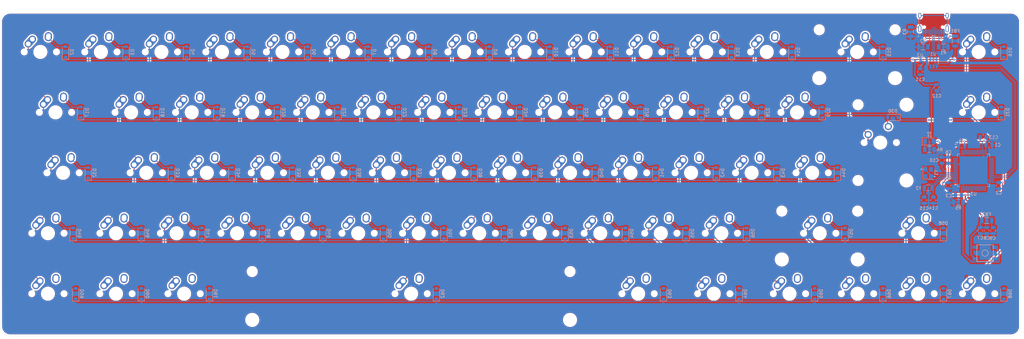
<source format=kicad_pcb>
(kicad_pcb (version 20240108) (generator "pcbnew") (generator_version "8.0")
  (layers (0 "F.Cu" signal) (31 "B.Cu" signal) (34 "B.Paste" user) (35 "F.Paste" user) (36 "B.SilkS" user "B.Silkscreen") (37 "F.SilkS" user "F.Silkscreen") (38 "B.Mask" user) (39 "F.Mask" user) (44 "Edge.Cuts" user))
  (net 0 "")
  (net 1 "GND")
  (net 2 "+3V3")
  (net 3 "NRST")
  (net 4 "VDD")
  (net 5 "Net-(U3-VCAP1)")
  (net 6 "LSE_IN")
  (net 7 "LSE_OUT")
  (net 8 "Net-(D1-K)")
  (net 9 "Net-(D2-A)")
  (net 10 "ROW0")
  (net 11 "Net-(D3-A)")
  (net 12 "Net-(D4-A)")
  (net 13 "Net-(D5-A)")
  (net 14 "Net-(D6-A)")
  (net 15 "Net-(D7-A)")
  (net 16 "Net-(D8-A)")
  (net 17 "Net-(D9-A)")
  (net 18 "Net-(D10-A)")
  (net 19 "Net-(D11-A)")
  (net 20 "Net-(D12-A)")
  (net 21 "Net-(D13-A)")
  (net 22 "Net-(D14-A)")
  (net 23 "Net-(D15-A)")
  (net 24 "Net-(D16-A)")
  (net 25 "ROW1")
  (net 26 "Net-(D17-A)")
  (net 27 "Net-(D18-A)")
  (net 28 "Net-(D19-A)")
  (net 29 "Net-(D20-A)")
  (net 30 "Net-(D21-A)")
  (net 31 "Net-(D22-A)")
  (net 32 "Net-(D23-A)")
  (net 33 "Net-(D24-A)")
  (net 34 "Net-(D25-A)")
  (net 35 "Net-(D26-A)")
  (net 36 "Net-(D27-A)")
  (net 37 "Net-(D28-A)")
  (net 38 "Net-(D29-A)")
  (net 39 "Net-(D30-A)")
  (net 40 "Net-(D31-A)")
  (net 41 "ROW2")
  (net 42 "Net-(D32-A)")
  (net 43 "Net-(D33-A)")
  (net 44 "Net-(D34-A)")
  (net 45 "Net-(D35-A)")
  (net 46 "Net-(D36-A)")
  (net 47 "Net-(D37-A)")
  (net 48 "Net-(D38-A)")
  (net 49 "Net-(D39-A)")
  (net 50 "Net-(D40-A)")
  (net 51 "Net-(D41-A)")
  (net 52 "Net-(D42-A)")
  (net 53 "Net-(D43-A)")
  (net 54 "Net-(D44-A)")
  (net 55 "Net-(D45-A)")
  (net 56 "ROW3")
  (net 57 "Net-(D46-A)")
  (net 58 "Net-(D47-A)")
  (net 59 "Net-(D48-A)")
  (net 60 "Net-(D49-A)")
  (net 61 "Net-(D50-A)")
  (net 62 "Net-(D51-A)")
  (net 63 "Net-(D52-A)")
  (net 64 "Net-(D53-A)")
  (net 65 "Net-(D54-A)")
  (net 66 "Net-(D55-A)")
  (net 67 "Net-(D56-A)")
  (net 68 "Net-(D57-A)")
  (net 69 "Net-(D58-A)")
  (net 70 "Net-(D59-A)")
  (net 71 "ROW4")
  (net 72 "Net-(D60-A)")
  (net 73 "Net-(D61-A)")
  (net 74 "Net-(D62-A)")
  (net 75 "Net-(D63-A)")
  (net 76 "Net-(D64-A)")
  (net 77 "Net-(D65-A)")
  (net 78 "Net-(D66-A)")
  (net 79 "Net-(D67-A)")
  (net 80 "Net-(D68-A)")
  (net 81 "Net-(FB1-Pad1)")
  (net 82 "Net-(J1-CC2)")
  (net 83 "Net-(J1-CC1)")
  (net 86 "SWCLK")
  (net 87 "SW0")
  (net 88 "SWDIO")
  (net 89 "COL00")
  (net 90 "COL01")
  (net 91 "COL02")
  (net 92 "COL03")
  (net 93 "COL04")
  (net 94 "COL05")
  (net 95 "COL06")
  (net 96 "COL07")
  (net 97 "COL08")
  (net 98 "COL09")
  (net 99 "COL10")
  (net 100 "COL11")
  (net 101 "COL12")
  (net 102 "COL13")
  (net 103 "COL14")
  (net 104 "BOOT0")
  (net 105 "USB_D-")
  (net 106 "USB_D+")
  (net 111 "HSE_IN")
  (net 113 "HSE_OUT")
  (net 151 "Net-(C9-Pad1)")
  (net 152 "Net-(J1-SHIELD)")
  (net 153 "/DN")
  (net 154 "/DP")
  (footprint "MX_Alps_Hybrid:MX-1.25U-NoLED" (layer "F.Cu") (at 292.1 155.575)
    (property "Reference" "MX63")
    (property "Value" "Menu")
  )
  (footprint "MX_Alps_Hybrid:MX-1U-NoLED" (layer "F.Cu") (at 213.51875 79.375)
    (property "Reference" "MX8")
    (property "Value" "7")
  )
  (footprint "MX_Alps_Hybrid:MX-1U-NoLED" (layer "F.Cu") (at 175.41875 79.375)
    (property "Reference" "MX6")
    (property "Value" "5")
  )
  (footprint "MX_Alps_Hybrid:MX-1U-NoLED" (layer "F.Cu") (at 123.03125 136.525)
    (property "Reference" "MX46")
    (property "Value" "Y")
  )
  (footprint "MX_Alps_Hybrid:MX-1U-NoLED" (layer "F.Cu") (at 203.99375 98.425)
    (property "Reference" "MX22")
    (property "Value" "Z")
  )
  (footprint "MX_Alps_Hybrid:MX-1U-NoLED" (layer "F.Cu") (at 161.13125 136.525)
    (property "Reference" "MX48")
    (property "Value" "C")
  )
  (footprint "MX_Alps_Hybrid:MX-1U-NoLED" (layer "F.Cu") (at 156.36875 79.375)
    (property "Reference" "MX5")
    (property "Value" "4")
  )
  (footprint "MX_Alps_Hybrid:MX-1U-NoLED" (layer "F.Cu") (at 103.98125 155.575)
    (property "Reference" "MX59")
    (property "Value" "Win")
  )
  (footprint "MX_Alps_Hybrid:MX-1U-NoLED" (layer "F.Cu") (at 375.44375 155.575)
    (property "Reference" "MX67")
    (property "Value" "Right")
  )
  (footprint "MX_Alps_Hybrid:MX-1U-NoLED" (layer "F.Cu") (at 99.21875 79.375)
    (property "Reference" "MX2")
    (property "Value" "1")
  )
  (footprint "MX_Alps_Hybrid:MX-2.25U-NoLED" (layer "F.Cu") (at 325.4375 136.525)
    (property "Reference" "MX56")
    (property "Value" "Shift")
  )
  (footprint "MX_Alps_Hybrid:MX-1U-NoLED" (layer "F.Cu") (at 246.85625 117.475)
    (property "Reference" "MX39")
    (property "Value" "K")
  )
  (footprint "MX_Alps_Hybrid:MX-1U-NoLED" (layer "F.Cu") (at 308.76875 79.375)
    (property "Reference" "MX13")
    (property "Value" "´")
  )
  (footprint "MX_Alps_Hybrid:MX-6.25U-NoLED" (layer "F.Cu") (at 196.85 155.575)
    (property "Reference" "MX61")
    (property "Value" "Space")
  )
  (footprint "MX_Alps_Hybrid:MX-1U-NoLED" (layer "F.Cu") (at 208.75625 117.475)
    (property "Reference" "MX37")
    (property "Value" "H")
  )
  (footprint "MX_Alps_Hybrid:MX-1U-NoLED" (layer "F.Cu") (at 261.14375 98.425)
    (property "Reference" "MX25")
    (property "Value" "O")
  )
  (footprint "MX_Alps_Hybrid:MX-1U-NoLED" (layer "F.Cu") (at 251.61875 79.375)
    (property "Reference" "MX10")
    (property "Value" "9")
  )
  (footprint "MX_Alps_Hybrid:MX-1U-NoLED" (layer "F.Cu") (at 223.04375 98.425)
    (property "Reference" "MX23")
    (property "Value" "U")
  )
  (footprint "MX_Alps_Hybrid:MX-1U-NoLED" (layer "F.Cu") (at 337.34375 155.575)
    (property "Reference" "MX65")
    (property "Value" "Left")
  )
  (footprint "MX_Alps_Hybrid:MX-1U-NoLED" (layer "F.Cu") (at 275.43125 136.525)
    (property "Reference" "MX54")
    (property "Value" "Dot")
  )
  (footprint "MX_Alps_Hybrid:MX-1U-NoLED" (layer "F.Cu") (at 356.39375 155.575)
    (property "Reference" "MX66")
    (property "Value" "Down")
  )
  (footprint "MX_Alps_Hybrid:MX-1U-NoLED" (layer "F.Cu") (at 265.90625 117.475)
    (property "Reference" "MX40")
    (property "Value" "L")
  )
  (footprint "MX_Alps_Hybrid:MX-1.25U-NoLED" (layer "F.Cu") (at 82.55 136.525)
    (property "Reference" "MX44")
    (property "Value" "Shift")
  )
  (footprint "MX_Alps_Hybrid:MX-1U-NoLED" (layer "F.Cu") (at 294.48125 136.525)
    (property "Reference" "MX55")
    (property "Value" "Dash")
  )
  (footprint "MX_Alps_Hybrid:MX-1.25U-NoLED" (layer "F.Cu") (at 82.55 155.575)
    (property "Reference" "MX58")
    (property "Value" "Ctrl")
  )
  (footprint "MX_Alps_Hybrid:MX-1U-NoLED" (layer "F.Cu") (at 242.09375 98.425)
    (property "Reference" "MX24")
    (property "Value" "I")
  )
  (footprint "MX_Alps_Hybrid:MX-1U-NoLED" (layer "F.Cu") (at 375.44375 79.375)
    (property "Reference" "MX15")
    (property "Value" "Insert")
  )
  (footprint "MX_Alps_Hybrid:MX-2U-NoLED" (layer "F.Cu") (at 337.225 79.375)
    (property "Reference" "MX14")
    (property "Value" "Backspace")
  )
  (footprint "MX_Alps_Hybrid:MX-1U-NoLED" (layer "F.Cu") (at 151.60625 117.475)
    (property "Reference" "MX34")
    (property "Value" "D")
  )
  (footprint "MX_Alps_Hybrid:MX-1U-NoLED" (layer "F.Cu") (at 299.24375 98.425)
    (property "Reference" "MX27")
    (property "Value" "Ü")
  )
  (footprint "MX_Alps_Hybrid:MX-1U-NoLED" (layer "F.Cu") (at 227.80625 117.475)
    (property "Reference" "MX38")
    (property "Value" "J")
  )
  (footprint "MX_Alps_Hybrid:MX-1U-NoLED" (layer "F.Cu") (at 142.08125 136.525)
    (property "Reference" "MX47")
    (property "Value" "X")
  )
  (footprint "MX_Alps_Hybrid:MX-1U-NoLED" (layer "F.Cu") (at 256.38125 136.525)
    (property "Reference" "MX53")
    (property "Value" "Comma")
  )
  (footprint "MX_Alps_Hybrid:MX-1U-NoLED" (layer "F.Cu") (at 356.39375 136.525)
    (property "Reference" "MX57")
    (property "Value" "Up")
  )
  (footprint "MX_Only:MXOnly-ISO-NoLED" (layer "F.Cu") (at 344.4875 107.95)
    (property "Reference" "MX29")
    (property "Value" "Enter")
  )
  (footprint "MX_Alps_Hybrid:MX-1U-NoLED" (layer "F.Cu") (at 189.70625 117.475)
    (property "Reference" "MX36")
    (property "Value" "G")
  )
  (footprint "MX_Alps_Hybrid:MX-1.25U-NoLED" (layer "F.Cu") (at 125.4125 155.575)
    (property "Reference" "MX60")
    (property "Value" "Alt")
  )
  (footprint "MX_Alps_Hybrid:MX-1U-NoLED" (layer "F.Cu") (at 146.84375 98.425)
    (property "Reference" "MX19")
    (property "Value" "E")
  )
  (footprint "MX_Alps_Hybrid:MX-1U-NoLED" (layer "F.Cu") (at 170.65625 117.475)
    (property "Reference" "MX35")
    (property "Value" "F")
  )
  (footprint "MX_Alps_Hybrid:MX-1U-NoLED" (layer "F.Cu") (at 237.33125 136.525)
    (property "Reference" "MX52")
    (property "Value" "M")
  )
  (footprint "MX_Alps_Hybrid:MX-1U-NoLED" (layer "F.Cu") (at 184.94375 98.425)
    (property "Reference" "MX21")
    (property "Value" "T")
  )
  (footprint "MX_Alps_Hybrid:MX-1.75U-NoLED" (layer "F.Cu") (at 87.3125 117.475)
    (property "Reference" "MX31")
    (property "Value" "Capslock")
  )
  (footprint "MX_Alps_Hybrid:MX-1U-NoLED" (layer "F.Cu") (at 199.23125 136.525)
    (property "Reference" "MX50")
    (property "Value" "B")
  )
  (footprint "MX_Alps_Hybrid:MX-1U-NoLED" (layer "F.Cu") (at 103.98125 136.525)
    (property "Reference" "MX45")
    (property "Value" "> <")
  )
  (footprint "MX_Alps_Hybrid:MX-1U-NoLED" (layer "F.Cu") (at 232.56875 79.375)
    (property "Reference" "MX9")
    (property "Value" "8")
  )
  (footprint "MX_Alps_Hybrid:MX-1U-NoLED" (layer "F.Cu") (at 280.19375 98.425)
    (property "Reference" "MX26")
    (property "Value" "P")
  )
  (footprint "MX_Alps_Hybrid:MX-1U-NoLED" (layer "F.Cu") (at 108.74375 98.425)
    (property "Reference" "MX17")
    (property "Value" "Q")
  )
  (footprint "MX_Alps_Hybrid:MX-1.25U-NoLED" (layer "F.Cu") (at 268.2875 155.575)
    (property "Reference" "MX62")
    (property "Value" "Alt Gr")
  )
  (footprint "MX_Alps_Hybrid:MX-1U-NoLED" (layer "F.Cu") (at 118.26875 79.375)
    (property "Reference" "MX3")
    (property "Value" "2")
  )
  (footprint "MX_Alps_Hybrid:MX-1U-NoLED" (layer "F.Cu") (at 270.66875 79.375)
    (property "Reference" "MX11")
    (property "Value" "0")
  )
  (footprint "MX_Alps_Hybrid:MX-1U-NoLED" (layer "F.Cu") (at 180.18125 136.525)
    (property "Reference" "MX49")
    (property "Value" "V")
  )
  (footprint "MX_Alps_Hybrid:MX-1U-NoLED" (layer "F.Cu") (at 289.71875 79.375)
    (property "Reference" "MX12")
    (property "Value" "ß")
  )
  (footprint "MX_Alps_Hybrid:MX-1U-NoLED" (layer "F.Cu") (at 113.50625 117.475)
    (property "Reference" "MX32")
    (property "Value" "A")
  )
  (footprint "MX_Alps_Hybrid:MX-1U-NoLED" (layer "F.Cu") (at 318.29375 98.425)
    (property "Reference" "MX28")
    (property "Value" "+")
  )
  (footprint "MX_Alps_Hybrid:MX-1U-NoLED" (layer "F.Cu") (at 132.55625 117.475)
    (property "Reference" "MX33")
    (property "Value" "S")
  )
  (footprint "MX_Alps_Hybrid:MX-1.25U-NoLED" (layer "F.Cu") (at 315.9125 155.575)
    (property "Reference" "MX64")
    (property "Value" "Ctrl")
  )
  (footprint "MX_Alps_Hybrid:MX-1.5U-NoLED" (layer "F.Cu") (at 84.93125 98.425)
    (property "Reference" "MX16")
    (property "Value" "Tab")
  )
  (footprint "MX_Alps_Hybrid:MX-1U-NoLED" (layer "F.Cu") (at 304.00625 117.475)
    (property "Reference" "MX42")
    (property "Value" "Ä")
  )
  (footprint "MX_Alps_Hybrid:MX-1U-NoLED" (layer "F.Cu") (at 284.95625 117.475)
    (property "Reference" "MX41")
    (property "Value" "Ö")
  )
  (footprint "MX_Alps_Hybrid:MX-1U-NoLED" (layer "F.Cu") (at 218.28125 136.525)
    (property "Reference" "MX51")
    (property "Value" "N")
  )
  (footprint "MX_Alps_Hybrid:MX-1U-NoLED" (layer "F.Cu") (at 137.31875 79.375)
    (property "Reference" "MX4")
    (property "Value" "3")
  )
  (footprint "MX_Alps_Hybrid:MX-1U-NoLED" (layer "F.Cu") (at 375.44375 98.425)
    (property "Reference" "MX30")
    (property "Value" "Delete")
  )
  (footprint "MX_Alps_Hybrid:MX-1U-NoLED" (layer "F.Cu") (at 80.16875 79.375)
    (property "Reference" "MX1")
    (property "Value" "^")
  )
  (footprint "MX_Alps_Hybrid:MX-1U-NoLED" (layer "F.Cu") (at 165.89375 98.425)
    (property "Reference" "MX20")
    (property "Value" "R")
  )
  (footprint "MX_Alps_Hybrid:MX-1U-NoLED" (layer "F.Cu") (at 194.46875 79.375)
    (property "Reference" "MX7")
    (property "Value" "6")
  )
  (footprint "MX_Alps_Hybrid:MX-1U-NoLED" (layer "F.Cu") (at 323.05625 117.475)
    (property "Reference" "MX43")
    (property "Value" "#")
  )
  (footprint "MX_Alps_Hybrid:MX-1U-NoLED" (layer "F.Cu") (at 127.79375 98.425)
    (property "Reference" "MX18")
    (property "Value" "W")
  )
  (footprint "Diode_SMD:D_SOD-123" (layer "B.Cu") (at 226.21875 136.525 90)
    (property "Reference" "D52")
    (property "Value" "D")
  )
  (footprint "Diode_SMD:D_SOD-123" (layer "B.Cu") (at 283.36875 136.525 90)
    (property "Reference" "D55")
    (property "Value" "D")
  )
  (footprint "Diode_SMD:D_SOD-123" (layer "B.Cu") (at 278.60625 79.375 90)
    (property "Reference" "D12")
    (property "Value" "D")
  )
  (footprint "Diode_SMD:D_SOD-123" (layer "B.Cu") (at 300.0375 155.575 90)
    (property "Reference" "D64")
    (property "Value" "D")
  )
  (footprint "Diode_SMD:D_SOD-123" (layer "B.Cu") (at 130.96875 136.525 90)
    (property "Reference" "D47")
    (property "Value" "D")
  )
  (footprint "Diode_SMD:D_SOD-123" (layer "B.Cu") (at 345.28125 155.575 90)
    (property "Reference" "D66")
    (property "Value" "D")
  )
  (footprint "Diode_SMD:D_SOD-123" (layer "B.Cu") (at 269.08125 98.425 90)
    (property "Reference" "D26")
    (property "Value" "D")
  )
  (footprint "Diode_SMD:D_SOD-123" (layer "B.Cu") (at 135.73125 98.425 90)
    (property "Reference" "D19")
    (property "Value" "D")
  )
  (footprint "Diode_SMD:D_SOD-123" (layer "B.Cu") (at 288.13125 98.425 90)
    (property "Reference" "D27")
    (property "Value" "D")
  )
  (footprint "Capacitor_SMD:C_0805_2012Metric" (layer "B.Cu") (at 362.23575 90.617 -90)
    (property "Reference" "C12")
    (property "Value" "4u7")
  )
  (footprint "Diode_SMD:D_SOD-123" (layer "B.Cu") (at 92.86875 98.425 90)
    (property "Reference" "D17")
    (property "Value" "D")
  )
  (footprint "Package_TO_SOT_SMD:SOT-23-6" (layer "B.Cu") (at 361.21975 82.804 -90)
    (property "Reference" "U1")
    (property "Value" "USBLC6-2SC6")
  )
  (footprint "Capacitor_SMD:C_0805_2012Metric" (layer "B.Cu") (at 375.95625 135.67375 -90)
    (property "Reference" "C7")
    (property "Value" "100n")
  )
  (footprint "Diode_SMD:D_SOD-123" (layer "B.Cu") (at 126.20625 79.375 90)
    (property "Reference" "D4")
    (property "Value" "D")
  )
  (footprint "Diode_SMD:D_SOD-123" (layer "B.Cu") (at 111.91875 155.575 90)
    (property "Reference" "D60")
    (property "Value" "D")
  )
  (footprint "Capacitor_SMD:C_0805_2012Metric" (layer "B.Cu") (at 381.78425 121.50125 -90)
    (property "Reference" "C2")
    (property "Value" "100n")
  )
  (footprint "Diode_SMD:D_SOD-123" (layer "B.Cu") (at 333.375 136.525 90)
    (property "Reference" "D57")
    (property "Value" "D")
  )
  (footprint "Diode_SMD:D_SOD-123" (layer "B.Cu") (at 90.4875 136.525 90)
    (property "Reference" "D45")
    (property "Value" "D")
  )
  (footprint "Diode_SMD:D_SOD-123" (layer "B.Cu") (at 178.59375 117.475 90)
    (property "Reference" "D36")
    (property "Value" "D")
  )
  (footprint "Diode_SMD:D_SOD-123" (layer "B.Cu") (at 235.74375 117.475 90)
    (property "Reference" "D39")
    (property "Value" "D")
  )
  (footprint "Diode_SMD:D_SOD-123" (layer "B.Cu") (at 188.11875 136.525 90)
    (property "Reference" "D50")
    (property "Value" "D")
  )
  (footprint "Diode_SMD:D_SOD-123" (layer "B.Cu") (at 154.78125 98.425 90)
    (property "Reference" "D20")
    (property "Value" "D")
  )
  (footprint "Diode_SMD:D_SOD-123" (layer "B.Cu") (at 383.38125 79.375 90)
    (property "Reference" "D16")
    (property "Value" "D")
  )
  (footprint "LED_SMD:LED_1206_3216Metric" (layer "B.Cu") (at 359.94975 107.569)
    (property "Reference" "D1")
    (property "Value" "LED")
  )
  (footprint "Inductor_SMD:L_1206_3216Metric" (layer "B.Cu") (at 368.07775 75.946 -90)
    (property "Reference" "FB1")
    (property "Value" "100R")
  )
  (footprint "Diode_SMD:D_SOD-123" (layer "B.Cu") (at 264.31875 136.525 90)
    (property "Reference" "D54")
    (property "Value" "D")
  )
  (footprint "Diode_SMD:D_SOD-123" (layer "B.Cu") (at 254.79375 117.475 90)
    (property "Reference" "D40")
    (property "Value" "D")
  )
  (footprint "Diode_SMD:D_SOD-123" (layer "B.Cu") (at 326.23125 98.425 90)
    (property "Reference" "D29")
    (property "Value" "D")
  )
  (footprint "Diode_SMD:D_SOD-123" (layer "B.Cu") (at 159.54375 117.475 90)
    (property "Reference" "D35")
    (property "Value" "D")
  )
  (footprint "Diode_SMD:D_SOD-123" (layer "B.Cu") (at 121.44375 117.475 90)
    (property "Reference" "D33")
    (property "Value" "D")
  )
  (footprint "Crystal:Crystal_SMD_3215-2Pin_3.2x1.5mm" (layer "B.Cu") (at 359.56875 122.2375)
    (property "Reference" "Y2")
    (property "Value" "32kHz768")
  )
  (footprint "Capacitor_SMD:C_0805_2012Metric" (layer "B.Cu") (at 361.15625 126.111 -90)
    (property "Reference" "C14")
    (property "Value" "15p")
  )
  (footprint "Diode_SMD:D_SOD-123" (layer "B.Cu") (at 259.55625 79.375 90)
    (property "Reference" "D11")
    (property "Value" "D")
  )
  (footprint "Resistor_SMD:R_1206_3216Metric" (layer "B.Cu") (at 357.98125 77.7875 180)
    (property "Reference" "R2")
    (property "Value" "5k1")
  )
  (footprint "Capacitor_SMD:C_0805_2012Metric" (layer "B.Cu") (at 378.73625 108.67425)
    (property "Reference" "C1")
    (property "Value" "4u7")
  )
  (footprint "Diode_SMD:D_SOD-123" (layer "B.Cu") (at 145.25625 79.375 90)
    (property "Reference" "D5")
    (property "Value" "D")
  )
  (footprint "Diode_SMD:D_SOD-123" (layer "B.Cu") (at 382.5875 98.425 90)
    (property "Reference" "D31")
    (property "Value" "D")
  )
  (footprint "Diode_SMD:D_SOD-123" (layer "B.Cu") (at 307.18125 98.425 90)
    (property "Reference" "D28")
    (property "Value" "D")
  )
  (footprint "Diode_SMD:D_SOD-123" (layer "B.Cu") (at 164.30625 79.375 90)
    (property "Reference" "D6")
    (property "Value" "D")
  )
  (footprint "Diode_SMD:D_SOD-123" (layer "B.Cu") (at 276.225 155.575 90)
    (property "Reference" "D63")
    (property "Value" "D")
  )
  (footprint "Diode_SMD:D_SOD-123" (layer "B.Cu") (at 202.40625 79.375 90)
    (property "Reference" "D8")
    (property "Value" "D")
  )
  (footprint "Diode_SMD:D_SOD-123" (layer "B.Cu") (at 133.35 155.575 90)
    (property "Reference" "D61")
    (property "Value" "D")
  )
  (footprint "Diode_SMD:D_SOD-123" (layer "B.Cu") (at 216.69375 117.475 90)
    (property "Reference" "D38")
    (property "Value" "D")
  )
  (footprint "Diode_SMD:D_SOD-123" (layer "B.Cu") (at 197.64375 117.475 90)
    (property "Reference" "D37")
    (property "Value" "D")
  )
  (footprint "Capacitor_SMD:C_0805_2012Metric" (layer "B.Cu") (at 370.10025 108.92825 180)
    (property "Reference" "C4")
    (property "Value" "100n")
  )
  (footprint "Diode_SMD:D_SOD-123" (layer "B.Cu") (at 150.01875 136.525 90)
    (property "Reference" "D48")
    (property "Value" "D")
  )
  (footprint "Diode_SMD:D_SOD-123" (layer "B.Cu") (at 230.98125 98.425 90)
    (property "Reference" "D24")
    (property "Value" "D")
  )
  (footprint "Diode_SMD:D_SOD-123" (layer "B.Cu") (at 91.28125 155.575 90)
    (property "Reference" "D59")
    (property "Value" "D")
  )
  (footprint "Capacitor_SMD:C_0805_2012Metric" (layer "B.Cu") (at 376.83125 106.26125)
    (property "Reference" "C13")
    (property "Value" "4u7")
  )
  (footprint "Diode_SMD:D_SOD-123" (layer "B.Cu") (at 192.88125 98.425 90)
    (property "Reference" "D22")
    (property "Value" "D")
  )
  (footprint "Diode_SMD:D_SOD-123" (layer "B.Cu") (at 107.15625 79.375 90)
    (property "Reference" "D3")
    (property "Value" "D")
  )
  (footprint "Diode_SMD:D_SOD-123" (layer "B.Cu") (at 250.03125 98.425 90)
    (property "Reference" "D25")
    (property "Value" "D")
  )
  (footprint "Diode_SMD:D_SOD-123" (layer "B.Cu") (at 207.16875 136.525 90)
    (property "Reference" "D51")
    (property "Value" "D")
  )
  (footprint "Diode_SMD:D_SOD-123" (layer "B.Cu") (at 116.68125 98.425 90)
    (property "Reference" "D18")
    (property "Value" "D")
  )
  (footprint "Resistor_SMD:R_1206_3216Metric" (layer "B.Cu") (at 369.08425 126.70825)
    (property "Reference" "R5")
    (property "Value" "5k1")
  )
  (footprint "Inductor_SMD:L_1206_3216Metric" (layer "B.Cu") (at 377.99325 132.49875)
    (property "Reference" "FB2")
    (property "Value" "100R")
  )
  (footprint "Diode_SMD:D_SOD-123" (layer "B.Cu") (at 95.25 117.475 90)
    (property "Reference" "D32")
    (property "Value" "D")
  )
  (footprint "Capacitor_SMD:C_0805_2012Metric" (layer "B.Cu") (at 369.08425 124.54925 180)
    (property "Reference" "C3")
    (property "Value" "100n")
  )
  (footprint "Diode_SMD:D_SOD-123" (layer "B.Cu") (at 383.38125 155.575 90)
    (property "Reference" "D68")
    (property "Value" "D")
  )
  (footprint "Diode_SMD:D_SOD-123" (layer "B.Cu") (at 183.35625 79.375 90)
    (property "Reference" "D7")
    (property "Value" "D")
  )
  (footprint "Diode_SMD:D_SOD-123" (layer "B.Cu") (at 240.50625 79.375 90)
    (property "Reference" "D10")
    (property "Value" "D")
  )
  (footprint "Capacitor_SMD:C_0805_2012Metric" (layer "B.Cu") (at 380.02025 135.67375 -90)
    (property "Reference" "C9")
    (property "Value" "100n")
  )
  (footprint "Diode_SMD:D_SOD-123" (layer "B.Cu") (at 169.06875 136.525 90)
    (property "Reference" "D49")
    (property "Value" "D")
  )
  (footprint "Diode_SMD:D_SOD-123" (layer "B.Cu") (at 364.33125 155.575 90)
    (property "Reference" "D67")
    (property "Value" "D")
  )
  (footprint "Diode_SMD:D_SOD-123" (layer "B.Cu") (at 221.45625 79.375 90)
    (property "Reference" "D9")
    (property "Value" "D")
  )
  (footprint "Package_QFP:LQFP-64_10x10mm_P0.5mm" (layer "B.Cu") (at 373.85625 116.68125)
    (property "Reference" "U3")
    (property "Value" "STM32F401RCT6")
  )
  (footprint "Capacitor_SMD:C_0805_2012Metric" (layer "B.Cu") (at 365.90925 113.50025 90)
    (property "Reference" "C6")
    (property "Value" "100n")
  )
  (footprint "Resistor_SMD:R_1206_3216Metric" (layer "B.Cu") (at 354.0125 73.025 -90)
    (property "Reference" "R3")
    (property "Value" "1m")
  )
  (footprint "Diode_SMD:D_SOD-123" (layer "B.Cu") (at 204.7875 155.575 90)
    (property "Reference" "D62")
    (property "Value" "D")
  )
  (footprint "Diode_SMD:D_SOD-123" (layer "B.Cu") (at 88.10625 79.375 90)
    (property "Reference" "D2")
    (property "Value" "D")
  )
  (footprint "Diode_SMD:D_SOD-123" (layer "B.Cu") (at 140.49375 117.475 90)
    (property "Reference" "D34")
    (property "Value" "D")
  )
  (footprint "Resistor_SMD:R_1206_3216Metric" (layer "B.Cu") (at 359.94975 110.109)
    (property "Reference" "R4")
    (property "Value" "1k5")
  )
  (footprint "Crystal:Crystal_SMD_3225-4Pin_3.2x2.5mm" (layer "B.Cu") (at 359.56875 117.475 90)
    (property "Reference" "Y1")
    (property "Value" "25MHz")
  )
  (footprint "marbastlib-various:USB_C_Receptacle_HRO_TYPE-C-31-M-12" (layer "B.Cu") (at 361.21975 68.961)
    (property "Reference" "J1")
    (property "Value" "USB_C_Receptacle_USB2.0_16P")
  )
  (footprint "Diode_SMD:D_SOD-123" (layer "B.Cu") (at 311.94375 117.475 90)
    (property "Reference" "D43")
    (property "Value" "D")
  )
  (footprint "Diode_SMD:D_SOD-123" (layer "B.Cu") (at 348.45625 100.0125 180)
    (property "Reference" "D30")
    (property "Value" "D")
  )
  (footprint "Diode_SMD:D_SOD-123" (layer "B.Cu") (at 111.91875 136.525 90)
    (property "Reference" "D46")
    (property "Value" "D")
  )
  (footprint "Capacitor_SMD:C_0805_2012Metric" (layer "B.Cu") (at 363.87725 113.50025 90)
    (property "Reference" "C10")
    (property "Value" "100n")
  )
  (footprint "Package_TO_SOT_SMD:SOT-353_SC-70-5" (layer "B.Cu") (at 357.02875 82.423 180)
    (property "Reference" "U2")
    (property "Value" "MIC5365-3.3YC5")
  )
  (footprint "Diode_SMD:D_SOD-123" (layer "B.Cu") (at 330.99375 117.475 90)
    (property "Reference" "D44")
    (property "Value" "D")
  )
  (footprint "Diode_SMD:D_SOD-123" (layer "B.Cu") (at 292.89375 117.475 90)
    (property "Reference" "D42")
    (property "Value" "D")
  )
  (footprint "Capacitor_SMD:C_0805_2012Metric" (layer "B.Cu") (at 358.29875 126.111 -90)
    (property "Reference" "C15")
    (property "Value" "15p")
  )
  (footprint "Capacitor_SMD:C_0805_2012Metric" (layer "B.Cu") (at 365.90925 121.50125 -90)
    (property "Reference" "C5")
    (property "Value" "100n")
  )
  (footprint "Diode_SMD:D_SOD-123" (layer "B.Cu") (at 364.33125 136.525 90)
    (property "Reference" "D58")
    (property "Value" "D")
  )
  (footprint "Diode_SMD:D_SOD-123" (layer "B.Cu") (at 245.26875 136.525 90)
    (property "Reference" "D53")
    (property "Value" "D")
  )
  (footprint "Diode_SMD:D_SOD-123" (layer "B.Cu") (at 323.85 155.575 90)
    (property "Reference" "D65")
    (property "Value" "D")
  )
  (footprint "Diode_SMD:D_SOD-123" (layer "B.Cu") (at 345.28125 79.375 90)
    (property "Reference" "D15")
    (property "Value" "D")
  )
  (footprint "Diode_SMD:D_SOD-123" (layer "B.Cu") (at 211.93125 98.425 90)
    (property "Reference" "D23")
    (property "Value" "D")
  )
  (footprint "Resistor_SMD:R_1206_3216Metric" (layer "B.Cu") (at 364.33125 77.7875)
    (property "Reference" "R1")
    (property "Value" "5k1")
  )
  (footprint "Capacitor_SMD:C_0805_2012Metric" (layer "B.Cu") (at 357.02875 85.598 -90)
    (property "Reference" "C11")
    (property "Value" "4u7")
  )
  (footprint "Diode_SMD:D_SOD-123" (layer "B.Cu") (at 297.65625 79.375 90)
    (property "Reference" "D13")
    (property "Value" "D")
  )
  (footprint "Diode_SMD:D_SOD-123" (layer "B.Cu") (at 273.84375 117.475 90)
    (property "Reference" "D41")
    (property "Value" "D")
  )
  (footprint "Diode_SMD:D_SOD-123" (layer "B.Cu") (at 173.83125 98.425 90)
    (property "Reference" "D21")
    (property "Value" "D")
  )
  (footprint "Diode_SMD:D_SOD-123" (layer "B.Cu") (at 316.70625 79.375 90)
    (property "Reference" "D14")
    (property "Value" "D")
  )
  (footprint "Diode_SMD:D_SOD-123" (layer "B.Cu") (at 302.41875 136.525 90)
    (property "Reference" "D56")
    (property "Value" "D")
  )
  (footprint "random-keyboard-parts.pretty-master:SKQG-1155865" (layer "B.Cu") (at 377.48525 142.78575 180)
    (property "Reference" "SW1")
    (property "Value" "SW_Push")
  )
  (footprint "Capacitor_SMD:C_0805_2012Metric" (layer "B.Cu") (at 377.98825 135.67375 -90)
    (property "Reference" "C8")
    (property "Value" "1u")
  )
  (gr_line (start 70.64375 66.85) (end 385.64375 66.85) (stroke (width 0.05)) (layer "Edge.Cuts"))
  (gr_line (start 67.64375 165.85) (end 67.64375 69.85) (stroke (width 0.05)) (layer "Edge.Cuts"))
  (gr_line (start 388.64375 69.85) (end 388.64375 165.85) (stroke (width 0.05)) (layer "Edge.Cuts"))
  (gr_arc (start 67.64375 69.85) (mid 68.52243 67.72868) (end 70.64375 66.85) (stroke (width 0.05)) (layer "Edge.Cuts"))
  (gr_arc (start 70.64375 168.85) (mid 68.52243 167.97132) (end 67.64375 165.85) (stroke (width 0.05)) (layer "Edge.Cuts"))
  (gr_arc (start 385.64375 66.85) (mid 387.76507 67.72868) (end 388.64375 69.85) (stroke (width 0.05)) (layer "Edge.Cuts"))
  (gr_line (start 385.64375 168.85) (end 70.64375 168.85) (stroke (width 0.05)) (layer "Edge.Cuts"))
  (gr_arc (start 388.64375 165.85) (mid 387.76507 167.97132) (end 385.64375 168.85) (stroke (width 0.05)) (layer "Edge.Cuts"))
  (segment (start 356.55375 74.422) (end 356.48825 74.4875) (width 0.381) (layer "F.Cu") (net 1))
  (segment (start 365.02975 74.422) (end 356.55375 74.422) (width 0.381) (layer "F.Cu") (net 1))
  (via (at 356.48825 74.4875) (size 0.6) (drill 0.3) (layers "F.Cu" "B.Cu") (net 1))
  (via (at 361.60075 118.618) (size 0.6) (drill 0.3) (layers "F.Cu" "B.Cu") (net 1))
  (via (at 365.02975 74.422) (size 0.6) (drill 0.3) (layers "F.Cu" "B.Cu") (net 1))
  (via (at 357.40975 116.332) (size 0.6) (drill 0.3) (layers "F.Cu" "B.Cu") (net 1))
  (segment (start 365.02975 77.0235) (end 365.79375 77.7875) (width 0.381) (layer "B.Cu") (net 1))
  (segment (start 357.02875 86.548) (end 360.754482 86.548) (width 0.381) (layer "B.Cu") (net 1))
  (segment (start 365.90925 112.55025) (end 365.90925 110.8805) (width 0.381) (layer "B.Cu") (net 1))
  (segment (start 355.56825 77.7875) (end 356.51875 77.7875) (width 0.381) (layer "B.Cu") (net 1))
  (segment (start 357.96975 74.116) (end 357.96975 73.006) (width 0.381) (layer "B.Cu") (net 1))
  (segment (start 354.0125 74.4875) (end 354.0125 76.23175) (width 0.381) (layer "B.Cu") (net 1))
  (segment (start 375.95625 136.62375) (end 377.98825 136.62375) (width 0.381) (layer "B.Cu") (net 1))
  (segment (start 360.754482 86.548) (end 363.35125 89.144768) (width 0.381) (layer "B.Cu") (net 1))
  (segment (start 363.87725 112.55025) (end 365.90925 112.55025) (width 0.381) (layer "B.Cu") (net 1))
  (segment (start 368.13425 124.54925) (end 367.024 124.54925) (width 0.381) (layer "B.Cu") (net 1))
  (segment (start 375.60625 116.851842) (end 375.60625 113.351842) (width 0.254) (layer "B.Cu") (net 1))
  (segment (start 365.02975 74.422) (end 365.02975 77.0235) (width 0.381) (layer "B.Cu") (net 1))
  (segment (start 365.90925 122.45125) (end 368.043 122.45125) (width 0.381) (layer "B.Cu") (net 1))
  (segment (start 378.685658 119.93125) (end 377.805079 119.050671) (width 0.254) (layer "B.Cu") (net 1))
  (segment (start 377.10625 111.851842) (end 375.60625 113.351842) (width 0.254) (layer "B.Cu") (net 1))
  (segment (start 377.805079 119.888) (end 377.805079 119.050671) (width 0.381) (layer "B.Cu") (net 1))
  (segment (start 358.71875 116.625) (end 360.41875 118.325) (width 0.381) (layer "B.Cu") (net 1))
  (segment (start 381.78425 122.45125) (end 380.115856 122.45125) (width 0.381) (layer "B.Cu") (net 1))
  (segment (start 361.4625 112.55025) (end 363.87725 112.55025) (width 0.381) (layer "B.Cu") (net 1))
  (segment (start 365.90925 123.4345) (end 365.90925 122.45125) (width 0.381) (layer "B.Cu") (net 1))
  (segment (start 379.53125 119.93125) (end 378.685658 119.93125) (width 0.254) (layer "B.Cu") (net 1))
  (segment (start 377.805079 120.140473) (end 377.805079 119.888) (width 0.381) (layer "B.Cu") (net 1))
  (segment (start 380.115856 122.45125) (end 377.805079 120.140473) (width 0.381) (layer "B.Cu") (net 1))
  (segment (start 361.436 110.109) (end 363.87725 112.55025) (width 0.381) (layer "B.Cu") (net 1))
  (segment (start 360.41875 118.325) (end 360.41875 118.575) (width 0.381) (layer "B.Cu") (net 1))
  (segment (start 379.68625 110.361644) (end 376.696052 113.351842) (width 0.381) (layer "B.Cu") (net 1))
  (segment (start 370.60625 119.888) (end 370.60625 113.351842) (width 0.254) (layer "B.Cu") (net 1))
  (segment (start 377.78125 106.26125) (end 377.78125 106.76925) (width 0.381) (layer "B.Cu") (net 1))
  (segment (start 367.62175 126.70825) (end 367.203 127.127) (width 0.381) (layer "B.Cu") (net 1))
  (segment (start 368.043 122.45125) (end 370.60625 119.888) (width 0.381) (layer "B.Cu") (net 1))
  (segment (start 358.29875 127.061) (end 361.15625 127.061) (width 0.381) (layer "B.Cu") (net 1))
  (segment (start 379.68625 108.67425) (end 379.68625 110.361644) (width 0.381) (layer "B.Cu") (net 1))
  (segment (start 367.203 127.127) (end 361.22225 127.127) (width 0.381) (layer "B.Cu") (net 1))
  (segment (start 356.51875 77.7875) (end 357.26325 78.532) (width 0.381) (layer "B.Cu") (net 1))
  (segment (start 365.91875 105.69675) (end 369.15025 108.92825) (width 0.381) (layer "B.Cu") (net 1))
  (segment (start 361.22225 127.127) (end 361.15625 127.061) (width 0.381) (layer "B.Cu") (net 1))
  (segment (start 358.71875 116.375) (end 358.71875 115.294) (width 0.381) (layer "B.Cu") (net 1))
  (segment (start 377.805079 119.050671) (end 375.60625 116.851842) (width 0.254) (layer "B.Cu") (net 1))
  (segment (start 362.23575 91.567) (end 365.91875 95.25) (width 0.381) (layer "B.Cu") (net 1))
  (segment (start 364.46975 73.862) (end 365.02975 74.422) (width 0.381) (layer "B.Cu") (net 1))
  (segment (start 380.02025 136.62375) (end 377.98825 136.62375) (width 0.381) (layer "B.Cu") (net 1))
  (segment (start 354.0125 74.4875) (end 356.48825 74.4875) (width 0.381) (layer "B.Cu") (net 1))
  (segment (start 367.024 126.1105) (end 367.024 124.54925) (width 0.381) (layer "B.Cu") (net 1))
  (segment (start 356.48825 74.4875) (end 357.59825 74.4875) (width 0.381) (layer "B.Cu") (net 1))
  (segment (start 363.35125 89.144768) (end 363.35125 90.4515) (width 0.381) (layer "B.Cu") (net 1))
  (segment (start 369.026842 114.93125) (end 368.18125 114.93125) (width 0.254) (layer "B.Cu") (net 1))
  (segment (start 357.607306 82.423) (end 357.97875 82.423) (width 0.381) (layer "B.Cu") (net 1))
  (segment (start 358.71875 116.375) (end 358.71875 116.625) (width 0.381) (layer "B.Cu") (net 1))
  (segment (start 377.78125 106.76925) (end 379.68625 108.67425) (width 0.381) (layer "B.Cu") (net 1))
  (segment (start 376.696052 113.351842) (end 375.60625 113.351842) (width 0.381) (layer "B.Cu") (net 1))
  (segment (start 357.59825 74.4875) (end 357.96975 74.116) (width 0.381) (layer "B.Cu") (net 1))
  (segment (start 357.26325 82.078944) (end 357.607306 82.423) (width 0.381) (layer "B.Cu") (net 1))
  (segment (start 364.46975 73.006) (end 364.46975 73.862) (width 0.381) (layer "B.Cu") (net 1))
  (segment (start 381.78425 134.85975) (end 381.78425 122.45125) (width 0.381) (layer "B.Cu") (net 1))
  (segment (start 370.60625 111.00625) (end 370.60625 113.351842) (width 0.254) (layer "B.Cu") (net 1))
  (segment (start 365.91875 95.25) (end 365.91875 105.69675) (width 0.381) (layer "B.Cu") (net 1))
  (segment (start 367.8615 108.92825) (end 369.15025 108.92825) (width 0.381) (layer "B.Cu") (net 1))
  (segment (start 375.60625 113.351842) (end 370.60625 113.351842) (width 0.254) (layer "B.Cu") (net 1))
  (segment (start 370.60625 113.351842) (end 369.026842 114.93125) (width 0.254) (layer "B.Cu") (net 1))
  (segment (start 380.02025 136.62375) (end 381.78425 134.85975) (width 0.381) (layer "B.Cu") (net 1))
  (segment (start 361.41225 110.109) (end 361.436 110.109) (width 0.381) (layer "B.Cu") (net 1))
  (segment (start 363.35125 90.4515) (end 362.23575 91.567) (width 0.381) (layer "B.Cu") (net 1))
  (segment (start 357.26325 78.532) (end 357.26325 82.078944) (width 0.381) (layer "B.Cu") (net 1))
  (segment (start 354.0125 76.23175) (end 355.56825 77.7875) (width 0.381) (layer "B.Cu") (net 1))
  (segment (start 370.60625 119.888) (end 377.805079 119.888) (width 0.254) (layer "B.Cu") (net 1))
  (segment (start 367.024 124.54925) (end 365.90925 123.4345) (width 0.381) (layer "B.Cu") (net 1))
  (segment (start 365.90925 110.8805) (end 367.8615 108.92825) (width 0.381) (layer "B.Cu") (net 1))
  (segment (start 367.62175 126.70825) (end 367.024 126.1105) (width 0.381) (layer "B.Cu") (net 1))
  (segment (start 377.10625 111.00625) (end 377.10625 111.851842) (width 0.254) (layer "B.Cu") (net 1))
  (segment (start 370.60625 122.35625) (end 370.60625 119.888) (width 0.254) (layer "B.Cu") (net 1))
  (segment (start 358.71875 115.294) (end 361.4625 112.55025) (width 0.381) (layer "B.Cu") (net 1))
  (segment (start 365.91875 111.125) (end 369.47475 107.569) (width 0.254) (layer "F.Cu") (net 2))
  (segment (start 365.91875 110.744) (end 365.91875 111.125) (width 0.254) (layer "F.Cu") (net 2))
  (segment (start 365.91875 118.872) (end 364.14075 120.65) (width 0.254) (layer "F.Cu") (net 2))
  (segment (start 371.25275 125.73) (end 371.25275 124.46) (width 0.381) (layer "F.Cu") (net 2))
  (segment (start 364.14075 120.65) (end 364.14075 122.555) (width 0.254) (layer "F.Cu") (net 2))
  (segment (start 376.33275 130.81) (end 371.25275 125.73) (width 0.381) (layer "F.Cu") (net 2))
  (segment (start 382.94475 123.309) (end 382.94475 120.523) (width 0.254) (layer "F.Cu") (net 2))
  (segment (start 365.91875 115.57) (end 365.91875 111.125) (width 0.254) (layer "F.Cu") (net 2))
  (segment (start 366.04575 124.46) (end 371.25275 124.46) (width 0.254) (layer "F.Cu") (net 2))
  (segment (start 376.96775 107.569) (end 370.99875 107.569) (width 0.254) (layer "F.Cu") (net 2))
  (segment (start 381.79375 124.46) (end 382.94475 123.309) (width 0.254) (layer "F.Cu") (net 2))
  (segment (start 371.25275 124.46) (end 381.79375 124.46) (width 0.254) (layer "F.Cu") (net 2))
  (segment (start 362.74375 107.569) (end 365.91875 110.744) (width 0.254) (layer "F.Cu") (net 2))
  (segment (start 369.47475 107.569) (end 370.99875 107.569) (width 0.254) (layer "F.Cu") (net 2))
  (segment (start 365.91875 115.57) (end 365.91875 118.872) (width 0.254) (layer "F.Cu") (net 2))
  (segment (start 364.14075 122.555) (end 366.04575 124.46) (width 0.254) (layer "F.Cu") (net 2))
  (segment (start 377.09475 107.442) (end 376.96775 107.569) (width 0.254) (layer "F.Cu") (net 2))
  (via (at 382.94475 120.523) (size 0.6) (drill 0.3) (layers "F.Cu" "B.Cu") (net 2))
  (via (at 371.25275 124.46) (size 0.6) (drill 0.3) (layers "F.Cu" "B.Cu") (net 2))
  (via (at 362.74375 107.569) (size 0.6) (drill 0.3) (layers "F.Cu" "B.Cu") (net 2))
  (via (at 365.91875 115.57) (size 0.6) (drill 0.3) (layers "F.Cu" "B.Cu") (net 2))
  (via (at 370.99875 107.569) (size 0.6) (drill 0.3) (layers "F.Cu" "B.Cu") (net 2))
  (via (at 376.33275 130.81) (size 0.6) (drill 0.3) (layers "F.Cu" "B.Cu") (net 2))
  (via (at 377.09475 107.442) (size 0.6) (drill 0.3) (layers "F.Cu" "B.Cu") (net 2))
  (via (at 364.14075 120.65) (size 0.6) (drill 0.3) (layers "F.Cu" "B.Cu") (net 2))
  (segment (start 362.23575 89.667) (end 360.58475 91.318) (width 0.381) (layer "B.Cu") (net 2))
  (segment (start 377.78625 108.67425) (end 377.78625 110.82625) (width 0.254) (layer "B.Cu") (net 2))
  (segment (start 382.94475 120.523) (end 381.8125 120.523) (width 0.254) (layer "B.Cu") (net 2))
  (segment (start 360.58475 91.318) (end 360.58475 106.804) (width 0.381) (layer "B.Cu") (net 2))
  (segment (start 376.41825 130.8955) (end 376.33275 130.81) (width 0.381) (layer "B.Cu") (net 2))
  (segment (start 370.1235 124.46) (end 370.03425 124.54925) (width 0.254) (layer "B.Cu") (net 2))
  (segment (start 370.03425 122.42825) (end 370.10625 122.35625) (width 0.254) (layer "B.Cu") (net 2))
  (segment (start 356.07875 81.773) (end 355.77375 81.773) (width 0.381) (layer "B.Cu") (net 2))
  (segment (start 373.09475 137.58525) (end 375.95625 134.72375) (width 0.381) (layer "B.Cu") (net 2))
  (segment (start 377.78625 107.696) (end 377.78625 108.67425) (width 0.254) (layer "B.Cu") (net 2))
  (segment (start 368.06125 120.55125) (end 368.18125 120.43125) (width 0.254) (layer "B.Cu") (net 2))
  (segment (start 381.8125 120.523) (end 381.78425 120.55125) (width 0.254) (layer "B.Cu") (net 2))
  (segment (start 355.77375 81.773) (end 355.36325 82.1835) (width 0.381) (layer "B.Cu") (net 2))
  (segment (start 364.2395 120.55125) (end 364.14075 120.65) (width 0.254) (layer "B.Cu") (net 2))
  (segment (start 355.36325 86.7265) (end 358.30375 89.667) (width 0.381) (layer "B.Cu") (net 2))
  (segment (start 360.58475 89.667) (end 362.23575 89.667) (width 0.381) (layer "B.Cu") (net 2))
  (segment (start 377.09475 107.442) (end 377.53225 107.442) (width 0.254) (layer "B.Cu") (net 2))
  (segment (start 368.16225 114.45025) (end 368.18125 114.43125) (width 0.254) (layer "B.Cu") (net 2))
  (segment (start 365.90925 114.45025) (end 365.90925 115.5605) (width 0.254) (layer "B.Cu") (net 2))
  (segment (start 371.25275 124.46) (end 370.1235 124.46) (width 0.254) (layer "B.Cu") (net 2))
  (segment (start 358.30375 89.667) (end 360.58475 89.667) (width 0.381) (layer "B.Cu") (net 2))
  (segment (start 374.38525 144.63575) (end 373.09475 143.34525) (width 0.381) (layer "B.Cu") (net 2))
  (segment (start 381.66425 120.43125) (end 381.78425 120.55125) (width 0.254) (layer "B.Cu") (net 2))
  (segment (start 365.90925 115.5605) (end 365.91875 115.57) (width 0.254) (layer "B.Cu") (net 2))
  (segment (start 375.95625 132.96075) (end 376.41825 132.49875) (width 0.381) (layer "B.Cu") (net 2))
  (segment (start 371.05025 107.6205) (end 370.99875 107.569) (width 0.254) (layer "B.Cu") (net 2))
  (segment (start 371.05025 108.92825) (end 371.05025 107.6205) (width 0.254) (layer "B.Cu") (net 2))
  (segment (start 365.90925 120.55125) (end 364.2395 120.55125) (width 0.254) (layer "B.Cu") (net 2))
  (segment (start 377.78625 110.82625) (end 377.60625 111.00625) (width 0.254) (layer "B.Cu") (net 2))
  (segment (start 365.90925 114.45025) (end 368.16225 114.45025) (width 0.254) (layer "B.Cu") (net 2))
  (segment (start 375.95625 134.72375) (end 377.98825 134.72375) (width 0.381) (layer "B.Cu") (net 2))
  (segment (start 373.09475 143.34525) (end 373.09475 137.58525) (width 0.381) (layer "B.Cu") (net 2))
  (segment (start 377.53225 107.442) (end 377.78625 107.696) (width 0.254) (layer "B.Cu") (net 2))
  (segment (start 361.34975 107.569) (end 362.74375 107.569) (width 0.254) (layer "B.Cu") (net 2))
  (segment (start 360.58475 106.804) (end 361.34975 107.569) (width 0.381) (layer "B.Cu") (net 2))
  (segment (start 371.10625 108.98425) (end 371.10625 111.00625) (width 0.254) (layer "B.Cu") (net 2))
  (segment (start 365.90925 120.55125) (end 368.06125 120.55125) (width 0.254) (layer "B.Cu") (net 2))
  (segment (start 376.41825 132.49875) (end 376.41825 130.8955) (width 0.381) (layer "B.Cu") (net 2))
  (segment (start 371.05025 108.92825) (end 371.10625 108.98425) (width 0.254) (layer "B.Cu") (net 2))
  (segment (start 355.36325 82.1835) (end 355.36325 86.7265) (width 0.381) (layer "B.Cu") (net 2))
  (segment (start 379.53125 120.43125) (end 381.66425 120.43125) (width 0.254) (layer "B.Cu") (net 2))
  (segment (start 375.95625 134.72375) (end 375.95625 132.96075) (width 0.381) (layer "B.Cu") (net 2))
  (segment (start 370.03425 124.54925) (end 370.03425 122.42825) (width 0.254) (layer "B.Cu") (net 2))
  (segment (start 363.87725 116.0685) (end 365.24 117.43125) (width 0.254) (layer "B.Cu") (net 3))
  (segment (start 363.87725 114.45025) (end 363.87725 116.0685) (width 0.254) (layer "B.Cu") (net 3))
  (segment (start 365.24 117.43125) (end 368.18125 117.43125) (width 0.254) (layer "B.Cu") (net 3))
  (segment (start 368.07775 80.518) (end 368.07775 77.521) (width 0.254) (layer "B.Cu") (net 4))
  (segment (start 365.66475 82.931) (end 368.07775 80.518) (width 0.254) (layer "B.Cu") (net 4))
  (segment (start 361.21975 83.9415) (end 361.54275 83.6185) (width 0.254) (layer "B.Cu") (net 4))
  (segment (start 361.54275 83.6185) (end 361.54275 83.227264) (width 0.254) (layer "B.Cu") (net 4))
  (segment (start 361.839014 82.931) (end 365.66475 82.931) (width 0.254) (layer "B.Cu") (net 4))
  (segment (start 357.02875 84.648) (end 357.02875 84.023) (width 0.381) (layer "B.Cu") (net 4))
  (segment (start 361.54275 83.227264) (end 361.839014 82.931) (width 0.254) (layer "B.Cu") (net 4))
  (segment (start 357.02875 84.023) (end 357.97875 83.073) (width 0.381) (layer "B.Cu") (net 4))
  (segment (start 376.60625 107.840212) (end 376.60625 111.00625) (width 0.254) (layer "B.Cu") (net 5))
  (segment (start 375.88125 107.115212) (end 376.60625 107.840212) (width 0.254) (layer "B.Cu") (net 5))
  (segment (start 375.88125 106.26125) (end 375.88125 107.115212) (width 0.254) (layer "B.Cu") (net 5))
  (segment (start 363.625 119.43125) (end 368.18125 119.43125) (width 0.254) (layer "B.Cu") (net 6))
  (segment (start 361.15625 125.161) (end 361.15625 122.575) (width 0.254) (layer "B.Cu") (net 6))
  (segment (start 360.81875 122.2375) (end 363.625 119.43125) (width 0.254) (layer "B.Cu") (net 6))
  (segment (start 361.15625 122.575) (end 360.81875 122.2375) (width 0.254) (layer "B.Cu") (net 6))
  (segment (start 358.29875 125.161) (end 358.29875 122.2575) (width 0.254) (layer "B.Cu") (net 7))
  (segment (start 363.482947 118.93125) (end 368.18125 118.93125) (width 0.254) (layer "B.Cu") (net 7))
  (segment (start 361.403697 121.0105) (end 363.482947 118.93125) (width 0.254) (layer "B.Cu") (net 7))
  (segment (start 358.31875 122.2375) (end 359.54575 121.0105) (width 0.254) (layer "B.Cu") (net 7))
  (segment (start 359.54575 121.0105) (end 361.403697 121.0105) (width 0.254) (layer "B.Cu") (net 7))
  (segment (start 358.29875 122.2575) (end 358.31875 122.2375) (width 0.254) (layer "B.Cu") (net 7))
  (segment (start 358.54975 107.569) (end 358.54975 110.0465) (width 0.254) (layer "B.Cu") (net 8))
  (segment (start 358.54975 110.0465) (end 358.48725 110.109) (width 0.254) (layer "B.Cu") (net 8))
  (segment (start 82.66875 74.875) (end 85.51875 77.725) (width 0.254) (layer "B.Cu") (net 9))
  (segment (start 85.51875 77.725) (end 88.10625 77.725) (width 0.254) (layer "B.Cu") (net 9))
  (segment (start 367.684177 81.775427) (end 367.69675 81.788) (width 0.254) (layer "F.Cu") (net 10))
  (segment (start 354.806234 81.775427) (end 367.684177 81.775427) (width 0.254) (layer "F.Cu") (net 10))
  (via (at 354.806234 81.775427) (size 0.6) (drill 0.3) (layers "F.Cu" "B.Cu") (net 10))
  (via (at 367.69675 81.788) (size 0.6) (drill 0.3) (layers "F.Cu" "B.Cu") (net 10))
  (segment (start 258.83535 81.7459) (end 259.55625 81.025) (width 0.254) (layer "B.Cu") (net 10))
  (segment (start 184.07715 81.7459) (end 201.68535 81.7459) (width 0.254) (layer "B.Cu") (net 10))
  (segment (start 277.88535 81.7459) (end 278.60625 81.025) (width 0.254) (layer "B.Cu") (net 10))
  (segment (start 203.12715 81.7459) (end 220.73535 81.7459) (width 0.254) (layer "B.Cu") (net 10))
  (segment (start 316.70625 81.025) (end 317.42715 81.7459) (width 0.254) (layer "B.Cu") (net 10))
  (segment (start 165.02715 81.7459) (end 182.63535 81.7459) (width 0.254) (layer "B.Cu") (net 10))
  (segment (start 344.56035 81.7459) (end 345.28125 81.025) (width 0.254) (layer "B.Cu") (net 10))
  (segment (start 126.92715 81.7459) (end 144.53535 81.7459) (width 0.254) (layer "B.Cu") (net 10))
  (segment (start 315.98535 81.7459) (end 316.70625 81.025) (width 0.254) (layer "B.Cu") (net 10))
  (segment (start 164.30625 81.025) (end 165.02715 81.7459) (width 0.254) (layer "B.Cu") (net 10))
  (segment (start 260.27715 81.7459) (end 277.88535 81.7459) (width 0.254) (layer "B.Cu") (net 10))
  (segment (start 183.35625 81.025) (end 184.07715 81.7459) (width 0.254) (layer "B.Cu") (net 10))
  (segment (start 259.55625 81.025) (end 260.27715 81.7459) (width 0.254) (layer "B.Cu") (net 10))
  (segment (start 346.031677 81.775427) (end 345.28125 81.025) (width 0.254) (layer "B.Cu") (net 10))
  (segment (start 88.82715 81.7459) (end 106.43535 81.7459) (width 0.254) (layer "B.Cu") (net 10))
  (segment (start 278.60625 81.025) (end 279.32715 81.7459) (width 0.254) (layer "B.Cu") (net 10))
  (segment (start 126.20625 81.025) (end 126.92715 81.7459) (width 0.254) (layer "B.Cu") (net 10))
  (segment (start 182.63535 81.7459) (end 183.35625 81.025) (width 0.254) (layer "B.Cu") (net 10))
  (segment (start 201.68535 81.7459) (end 202.40625 81.025) (width 0.254) (layer "B.Cu") (net 10))
  (segment (start 145.25625 81.025) (end 145.97715 81.7459) (width 0.254) (layer "B.Cu") (net 10))
  (segment (start 297.65625 81.025) (end 298.37715 81.7459) (width 0.254) (layer "B.Cu") (net 10))
  (segment (start 222.17715 81.7459) (end 239.78535 81.7459) (width 0.254) (layer "B.Cu") (net 10))
  (segment (start 88.10625 81.025) (end 88.82715 81.7459) (width 0.254) (layer "B.Cu") (net 10))
  (segment (start 298.37715 81.7459) (end 315.98535 81.7459) (width 0.254) (layer "B.Cu") (net 10))
  (segment (start 221.45625 81.025) (end 222.17715 81.7459) (width 0.254) (layer "B.Cu") (net 10))
  (segment (start 107.15625 81.025) (end 107.87715 81.7459) (width 0.254) (layer "B.Cu") (net 10))
  (segment (start 220.73535 81.7459) (end 221.45625 81.025) (width 0.254) (layer "B.Cu") (net 10))
  (segment (start 202.40625 81.025) (end 203.12715 81.7459) (width 0.254) (layer "B.Cu") (net 10))
  (segment (start 107.87715 81.7459) (end 125.48535 81.7459) (width 0.254) (layer "B.Cu") (net 10))
  (segment (start 240.50625 81.025) (end 241.22715 81.7459) (width 0.254) (layer "B.Cu") (net 10))
  (segment (start 296.93535 81.7459) (end 297.65625 81.025) (width 0.254) (layer "B.Cu") (net 10))
  (segment (start 106.43535 81.7459) (end 107.15625 81.025) (width 0.254) (layer "B.Cu") (net 10))
  (segment (start 144.53535 81.7459) (end 145.25625 81.025) (width 0.254) (layer "B.Cu") (net 10))
  (segment (start 241.22715 81.7459) (end 258.83535 81.7459) (width 0.254) (layer "B.Cu") (net 10))
  (segment (start 163.58535 81.7459) (end 164.30625 81.025) (width 0.254) (layer "B.Cu") (net 10))
  (segment (start 317.42715 81.7459) (end 344.56035 81.7459) (width 0.254) (layer "B.Cu") (net 10))
  (segment (start 145.97715 81.7459) (end 163.58535 81.7459) (width 0.254) (layer "B.Cu") (net 10))
  (segment (start 125.48535 81.7459) (end 126.20625 81.025) (width 0.254) (layer "B.Cu") (net 10))
  (segment (start 382.61825 81.788) (end 383.38125 81.025) (width 0.254) (layer "B.Cu") (net 10))
  (segment (start 367.69675 81.788) (end 382.61825 81.788) (width 0.254) (layer "B.Cu") (net 10))
  (segment (start 279.32715 81.7459) (end 296.93535 81.7459) (width 0.254) (layer "B.Cu") (net 10))
  (segment (start 239.78535 81.7459) (end 240.50625 81.025) (width 0.254) (layer "B.Cu") (net 10))
  (segment (start 354.806234 81.775427) (end 346.031677 81.775427) (width 0.254) (layer "B.Cu") (net 10))
  (segment (start 101.71875 74.875) (end 104.56875 77.725) (width 0.254) (layer "B.Cu") (net 11))
  (segment (start 104.56875 77.725) (end 107.15625 77.725) (width 0.254) (layer "B.Cu") (net 11))
  (segment (start 123.61875 77.725) (end 126.20625 77.725) (width 0.254) (layer "B.Cu") (net 12))
  (segment (start 120.76875 74.875) (end 123.61875 77.725) (width 0.254) (layer "B.Cu") (net 12))
  (segment (start 143.28875 77.725) (end 145.25625 77.725) (width 0.254) (layer "B.Cu") (net 13))
  (segment (start 139.85875 74.295) (end 143.28875 77.725) (width 0.254) (layer "B.Cu") (net 13))
  (segment (start 162.33875 77.725) (end 164.30625 77.725) (width 0.254) (layer "B.Cu") (net 14))
  (segment (start 158.90875 74.295) (end 162.33875 77.725) (width 0.254) (layer "B.Cu") (net 14))
  (segment (start 181.38875 77.725) (end 183.35625 77.725) (width 0.254) (layer "B.Cu") (net 15))
  (segment (start 177.95875 74.295) (end 181.38875 77.725) (width 0.254) (layer "B.Cu") (net 15))
  (segment (start 196.96875 74.875) (end 199.81875 77.725) (width 0.254) (layer "B.Cu") (net 16))
  (segment (start 199.81875 77.725) (end 202.40625 77.725) (width 0.254) (layer "B.Cu") (net 16))
  (segment (start 219.48875 77.725) (end 221.45625 77.725) (width 0.254) (layer "B.Cu") (net 17))
  (segment (start 216.05875 74.295) (end 219.48875 77.725) (width 0.254) (layer "B.Cu") (net 17))
  (segment (start 235.10875 74.295) (end 238.53875 77.725) (width 0.254) (layer "B.Cu") (net 18))
  (segment (start 238.53875 77.725) (end 240.50625 77.725) (width 0.254) (layer "B.Cu") (net 18))
  (segment (start 254.15875 74.295) (end 257.58875 77.725) (width 0.254) (layer "B.Cu") (net 19))
  (segment (start 257.58875 77.725) (end 259.55625 77.725) (width 0.254) (layer "B.Cu") (net 19))
  (segment (start 276.01875 77.725) (end 278.60625 77.725) (width 0.254) (layer "B.Cu") (net 20))
  (segment (start 273.16875 74.875) (end 276.01875 77.725) (width 0.254) (layer "B.Cu") (net 20))
  (segment (start 292.25875 74.295) (end 295.68875 77.725) (width 0.254) (layer "B.Cu") (net 21))
  (segment (start 295.68875 77.725) (end 297.65625 77.725) (width 0.254) (layer "B.Cu") (net 21))
  (segment (start 311.26875 74.875) (end 314.11875 77.725) (width 0.254) (layer "B.Cu") (net 22))
  (segment (start 314.11875 77.725) (end 316.70625 77.725) (width 0.254) (layer "B.Cu") (net 22))
  (segment (start 339.765 74.295) (end 343.195 77.725) (width 0.254) (layer "B.Cu") (net 23))
  (segment (start 343.195 77.725) (end 345.28125 77.725) (width 0.254) (layer "B.Cu") (net 23))
  (segment (start 380.79375 77.725) (end 383.38125 77.725) (width 0.254) (layer "B.Cu") (net 24))
  (segment (start 377.94375 74.875) (end 380.79375 77.725) (width 0.254) (layer "B.Cu") (net 24))
  (segment (start 359.89425 100.838) (end 366.60925 100.838) (width 0.254) (layer "F.Cu") (net 25))
  (via (at 359.89425 100.838) (size 0.6) (drill 0.3) (layers "F.Cu" "B.Cu") (net 25))
  (via (at 366.60925 100.838) (size 0.6) (drill 0.3) (layers "F.Cu" "B.Cu") (net 25))
  (segment (start 193.60215 100.7959) (end 211.21035 100.7959) (width 0.254) (layer "B.Cu") (net 25))
  (segment (start 307.18125 100.075) (end 307.90215 100.7959) (width 0.254) (layer "B.Cu") (net 25))
  (segment (start 366.60925 100.838) (end 366.65135 100.7959) (width 0.254) (layer "B.Cu") (net 25))
  (segment (start 250.75215 100.7959) (end 268.36035 100.7959) (width 0.254) (layer "B.Cu") (net 25))
  (segment (start 173.11035 100.7959) (end 173.83125 100.075) (width 0.254) (layer "B.Cu") (net 25))
  (segment (start 135.01035 100.7959) (end 135.73125 100.075) (width 0.254) (layer "B.Cu") (net 25))
  (segment (start 192.16035 100.7959) (end 192.88125 100.075) (width 0.254) (layer "B.Cu") (net 25))
  (segment (start 212.65215 100.7959) (end 230.26035 100.7959) (width 0.254) (layer "B.Cu") (net 25))
  (segment (start 268.36035 100.7959) (end 269.08125 100.075) (width 0.254) (layer "B.Cu") (net 25))
  (segment (start 154.78125 100.075) (end 155.50215 100.7959) (width 0.254) (layer "B.Cu") (net 25))
  (segment (start 211.93125 100.075) (end 212.65215 100.7959) (width 0.254) (layer "B.Cu") (net 25))
  (segment (start 231.70215 100.7959) (end 249.31035 100.7959) (width 0.254) (layer "B.Cu") (net 25))
  (segment (start 174.55215 100.7959) (end 192.16035 100.7959) (width 0.254) (layer "B.Cu") (net 25))
  (segment (start 381.8666 100.7959) (end 382.5875 100.075) (width 0.254) (layer "B.Cu") (net 25))
  (segment (start 136.45215 100.7959) (end 154.06035 100.7959) (width 0.254) (layer "B.Cu") (net 25))
  (segment (start 307.90215 100.7959) (end 325.51035 100.7959) (width 0.254) (layer "B.Cu") (net 25))
  (segment (start 250.03125 100.075) (end 250.75215 100.7959) (width 0.254) (layer "B.Cu") (net 25))
  (segment (start 359.89425 100.838) (end 350.93175 100.838) (width 0.254) (layer "B.Cu") (net 25))
  (segment (start 288.13125 100.075) (end 288.85215 100.7959) (width 0.254) (layer "B.Cu") (net 25))
  (segment (start 327.22075 99.0855) (end 349.17925 99.0855) (width 0.254) (layer "B.Cu") (net 25))
  (segment (start 349.17925 99.0855) (end 350.10625 100.0125) (width 0.254) (layer "B.Cu") (net 25))
  (segment (start 116.68125 100.075) (end 117.40215 100.7959) (width 0.254) (layer "B.Cu") (net 25))
  (segment (start 306.46035 100.7959) (end 307.18125 100.075) (width 0.254) (layer "B.Cu") (net 25))
  (segment (start 249.31035 100.7959) (end 250.03125 100.075) (width 0.254) (layer "B.Cu") (net 25))
  (segment (start 173.83125 100.075) (end 174.55215 100.7959) (width 0.254) (layer "B.Cu") (net 25))
  (segment (start 154.06035 100.7959) (end 154.78125 100.075) (width 0.254) (layer "B.Cu") (net 25))
  (segment (start 155.50215 100.7959) (end 173.11035 100.7959) (width 0.254) (layer "B.Cu") (net 25))
  (segment (start 211.21035 100.7959) (end 211.93125 100.075) (width 0.254) (layer "B.Cu") (net 25))
  (segment (start 287.41035 100.7959) (end 288.13125 100.075) (width 0.254) (layer "B.Cu") (net 25))
  (segment (start 350.93175 100.838) (end 350.10625 100.0125) (width 0.254) (layer "B.Cu") (net 25))
  (segment (start 288.85215 100.7959) (end 306.46035 100.7959) (width 0.254) (layer "B.Cu") (net 25))
  (segment (start 115.96035 100.7959) (end 116.68125 100.075) (width 0.254) (layer "B.Cu") (net 25))
  (segment (start 269.08125 100.075) (end 269.80215 100.7959) (width 0.254) (layer "B.Cu") (net 25))
  (segment (start 135.73125 100.075) (end 136.45215 100.7959) (width 0.254) (layer "B.Cu") (net 25))
  (segment (start 192.88125 100.075) (end 193.60215 100.7959) (width 0.254) (layer "B.Cu") (net 25))
  (segment (start 325.51035 100.7959) (end 326.23125 100.075) (width 0.254) (layer "B.Cu") (net 25))
  (segment (start 366.65135 100.7959) (end 381.8666 100.7959) (width 0.254) (layer "B.Cu") (net 25))
  (segment (start 92.86875 100.075) (end 93.58965 100.7959) (width 0.254) (layer "B.Cu") (net 25))
  (segment (start 269.80215 100.7959) (end 287.41035 100.7959) (width 0.254) (layer "B.Cu") (net 25))
  (segment (start 230.26035 100.7959) (end 230.98125 100.075) (width 0.254) (layer "B.Cu") (net 25))
  (segment (start 93.58965 100.7959) (end 115.96035 100.7959) (width 0.254) (layer "B.Cu") (net 25))
  (segment (start 326.23125 100.075) (end 327.22075 99.0855) (width 0.254) (layer "B.Cu") (net 25))
  (segment (start 230.98125 100.075) (end 231.70215 100.7959) (width 0.254) (layer "B.Cu") (net 25))
  (segment (start 117.40215 100.7959) (end 135.01035 100.7959) (width 0.254) (layer "B.Cu") (net 25))
  (segment (start 87.43125 93.925) (end 90.28125 96.775) (width 0.254) (layer "B.Cu") (net 26))
  (segment (start 90.28125 96.775) (end 92.86875 96.775) (width 0.254) (layer "B.Cu") (net 26))
  (segment (start 111.24375 93.925) (end 114.09375 96.775) (width 0.254) (layer "B.Cu") (net 27))
  (segment (start 114.09375 96.775) (end 116.68125 96.775) (width 0.254) (layer "B.Cu") (net 27))
  (segment (start 130.29375 93.925) (end 133.14375 96.775) (width 0.254) (layer "B.Cu") (net 28))
  (segment (start 133.14375 96.775) (end 135.73125 96.775) (width 0.254) (layer "B.Cu") (net 28))
  (segment (start 149.34375 93.925) (end 152.19375 96.775) (width 0.254) (layer "B.Cu") (net 29))
  (segment (start 152.19375 96.775) (end 154.78125 96.775) (width 0.254) (layer "B.Cu") (net 29))
  (segment (start 171.24375 96.775) (end 173.83125 96.775) (width 0.254) (layer "B.Cu") (net 30))
  (segment (start 168.39375 93.925) (end 171.24375 96.775) (width 0.254) (layer "B.Cu") (net 30))
  (segment (start 187.44375 93.925) (end 190.29375 96.775) (width 0.254) (layer "B.Cu") (net 31))
  (segment (start 190.29375 96.775) (end 192.88125 96.775) (width 0.254) (layer "B.Cu") (net 31))
  (segment (start 209.34375 96.775) (end 211.93125 96.775) (width 0.254) (layer "B.Cu") (net 32))
  (segment (start 206.49375 93.925) (end 209.34375 96.775) (width 0.254) (layer "B.Cu") (net 32))
  (segment (start 225.54375 93.925) (end 228.39375 96.775) (width 0.254) (layer "B.Cu") (net 33))
  (segment (start 228.39375 96.775) (end 230.98125 96.775) (width 0.254) (layer "B.Cu") (net 33))
  (segment (start 244.59375 93.925) (end 247.44375 96.775) (width 0.254) (layer "B.Cu") (net 34))
  (segment (start 247.44375 96.775) (end 250.03125 96.775) (width 0.254) (layer "B.Cu") (net 34))
  (segment (start 263.64375 93.925) (end 266.49375 96.775) (width 0.254) (layer "B.Cu") (net 35))
  (segment (start 266.49375 96.775) (end 269.08125 96.775) (width 0.254) (layer "B.Cu") (net 35))
  (segment (start 282.69375 93.925) (end 285.54375 96.775) (width 0.254) (layer "B.Cu") (net 36))
  (segment (start 285.54375 96.775) (end 288.13125 96.775) (width 0.254) (layer "B.Cu") (net 36))
  (segment (start 301.74375 93.925) (end 304.59375 96.775) (width 0.254) (layer "B.Cu") (net 37))
  (segment (start 304.59375 96.775) (end 307.18125 96.775) (width 0.254) (layer "B.Cu") (net 37))
  (segment (start 320.79375 93.925) (end 323.64375 96.775) (width 0.254) (layer "B.Cu") (net 38))
  (segment (start 323.64375 96.775) (end 326.23125 96.775) (width 0.254) (layer "B.Cu") (net 38))
  (segment (start 346.80625 100.0125) (end 346.80625 102.64875) (width 0.254) (layer "B.Cu") (net 39))
  (segment (start 346.80625 102.64875) (end 347.0275 102.87) (width 0.254) (layer "B.Cu") (net 39))
  (segment (start 381.41375 96.775) (end 382.5875 96.775) (width 0.254) (layer "B.Cu") (net 40))
  (segment (start 377.98375 93.345) (end 381.41375 96.775) (width 0.254) (layer "B.Cu") (net 40))
  (segment (start 255.51465 119.8459) (end 273.12285 119.8459) (width 0.254) (layer "B.Cu") (net 41))
  (segment (start 311.94375 119.125) (end 312.66465 119.8459) (width 0.254) (layer "B.Cu") (net 41))
  (segment (start 236.46465 119.8459) (end 254.07285 119.8459) (width 0.254) (layer "B.Cu") (net 41))
  (segment (start 235.02285 119.8459) (end 235.74375 119.125) (width 0.254) (layer "B.Cu") (net 41))
  (segment (start 121.44375 119.125) (end 122.16465 119.8459) (width 0.254) (layer "B.Cu") (net 41))
  (segment (start 95.25 119.125) (end 95.9709 119.8459) (width 0.254) (layer "B.Cu") (net 41))
  (segment (start 273.84375 119.125) (end 274.56465 119.8459) (width 0.254) (layer "B.Cu") (net 41))
  (segment (start 160.26465 119.8459) (end 177.87285 119.8459) (width 0.254) (layer "B.Cu") (net 41))
  (segment (start 122.16465 119.8459) (end 139.77285 119.8459) (width 0.254) (layer "B.Cu") (net 41))
  (segment (start 254.07285 119.8459) (end 254.79375 119.125) (width 0.254) (layer "B.Cu") (net 41))
  (segment (start 178.59375 119.125) (end 179.31465 119.8459) (width 0.254) (layer "B.Cu") (net 41))
  (segment (start 274.56465 119.8459) (end 292.17285 119.8459) (width 0.254) (layer "B.Cu") (net 41))
  (segment (start 141.21465 119.8459) (end 158.82285 119.8459) (width 0.254) (layer "B.Cu") (net 41))
  (segment (start 293.61465 119.8459) (end 311.22285 119.8459) (width 0.254) (layer "B.Cu") (net 41))
  (segment (start 158.82285 119.8459) (end 159.54375 119.125) (width 0.254) (layer "B.Cu") (net 41))
  (segment (start 292.17285 119.8459) (end 292.89375 119.125) (width 0.254) (layer "B.Cu") (net 41))
  (segment (start 197.64375 119.125) (end 198.36465 119.8459) (width 0.254) (layer "B.Cu") (net 41))
  (segment (start 235.74375 119.125) (end 236.46465 119.8459) (width 0.254) (layer "B.Cu") (net 41))
  (segment (start 177.87285 119.8459) (end 178.59375 119.125) (width 0.254) (layer "B.Cu") (net 41))
  (segment (start 140.49375 119.125) (end 141.21465 119.8459) (width 0.254) (layer "B.Cu") (net 41))
  (segment (start 311.22285 119.8459) (end 311.94375 119.125) (width 0.254) (layer "B.Cu") (net 41))
  (segment (start 159.54375 119.125) (end 160.26465 119.8459) (width 0.254) (layer "B.Cu") (net 41))
  (segment (start 216.69375 119.125) (end 217.41465 119.8459) (width 0.254) (layer "B.Cu") (net 41))
  (segment (start 196.92285 119.8459) (end 197.64375 119.125) (width 0.254) (layer "B.Cu") (net 41))
  (segment (start 312.66465 119.8459) (end 330.27285 119.8459) (width 0.254) (layer "B.Cu") (net 41))
  (segment (start 215.97285 119.8459) (end 216.69375 119.125) (width 0.254) (layer "B.Cu") (net 41))
  (segment (start 139.77285 119.8459) (end 140.49375 119.125) (width 0.254) (layer "B.Cu") (net 41))
  (segment (start 292.89375 119.125) (end 293.61465 119.8459) (width 0.254) (layer "B.Cu") (net 41))
  (segment (start 273.12285 119.8459) (end 273.84375 119.125) (width 0.254) (layer "B.Cu") (net 41))
  (segment (start 120.72285 119.8459) (end 121.44375 119.125) (width 0.254) (layer "B.Cu") (net 41))
  (segment (start 217.41465 119.8459) (end 235.02285 119.8459) (width 0.254) (layer "B.Cu") (net 41))
  (segment (start 254.79375 119.125) (end 255.51465 119.8459) (width 0.254) (layer "B.Cu") (net 41))
  (segment (start 198.36465 119.8459) (end 215.97285 119.8459) (width 0.254) (layer "B.Cu") (net 41))
  (segment (start 95.9709 119.8459) (end 120.72285 119.8459) (width 0.254) (layer "B.Cu") (net 41))
  (segment (start 179.31465 119.8459) (end 196.92285 119.8459) (width 0.254) (layer "B.Cu") (net 41))
  (segment (start 330.27285 119.8459) (end 330.99375 119.125) (width 0.254) (layer "B.Cu") (net 41))
  (segment (start 92.6625 115.825) (end 95.25 115.825) (width 0.254) (layer "B.Cu") (net 42))
  (segment (start 89.8125 112.975) (end 92.6625 115.825) (width 0.254) (layer "B.Cu") (net 42))
  (segment (start 118.85625 115.825) (end 121.44375 115.825) (width 0.254) (layer "B.Cu") (net 43))
  (segment (start 116.00625 112.975) (end 118.85625 115.825) (width 0.254) (layer "B.Cu") (net 43))
  (segment (start 135.05625 112.975) (end 137.90625 115.825) (width 0.254) (layer "B.Cu") (net 44))
  (segment (start 137.90625 115.825) (end 140.49375 115.825) (width 0.254) (layer "B.Cu") (net 44))
  (segment (start 156.95625 115.825) (end 159.54375 115.825) (width 0.254) (layer "B.Cu") (net 45))
  (segment (start 154.10625 112.975) (end 156.95625 115.825) (width 0.254) (layer "B.Cu") (net 45))
  (segment (start 176.00625 115.825) (end 178.59375 115.825) (width 0.254) (layer "B.Cu") (net 46))
  (segment (start 173.15625 112.975) (end 176.00625 115.825) (width 0.254) (layer "B.Cu") (net 46))
  (segment (start 195.05625 115.825) (end 197.64375 115.825) (width 0.254) (layer "B.Cu") (net 47))
  (segment (start 192.20625 112.975) (end 195.05625 115.825) (width 0.254) (layer "B.Cu") (net 47))
  (segment (start 211.25625 112.975) (end 214.10625 115.825) (width 0.254) (layer "B.Cu") (net 48))
  (segment (start 214.10625 115.825) (end 216.69375 115.825) (width 0.254) (layer "B.Cu") (net 48))
  (segment (start 230.30625 112.975) (end 230.45 112.975) (width 0.254) (layer "B.Cu") (net 49))
  (segment (start 233.3 115.825) (end 235.74375 115.825) (width 0.254) (layer "B.Cu") (net 49))
  (segment (start 230.45 112.975) (end 233.3 115.825) (width 0.254) (layer "B.Cu") (net 49))
  (segment (start 252.20625 115.825) (end 254.79375 115.825) (width 0.254) (layer "B.Cu") (net 50))
  (segment (start 249.35625 112.975) (end 252.20625 115.825) (width 0.254) (layer "B.Cu") (net 50))
  (segment (start 271.25625 115.825) (end 273.84375 115.825) (width 0.254) (layer "B.Cu") (net 51))
  (segment (start 268.40625 112.975) (end 271.25625 115.825) (width 0.254) (layer "B.Cu") (net 51))
  (segment (start 290.30625 115.825) (end 292.89375 115.825) (width 0.254) (layer "B.Cu") (net 52))
  (segment (start 287.45625 112.975) (end 290.30625 115.825) (width 0.254) (layer "B.Cu") (net 52))
  (segment (start 306.50625 112.975) (end 309.35625 115.825) (width 0.254) (layer "B.Cu") (net 53))
  (segment (start 309.35625 115.825) (end 311.94375 115.825) (width 0.254) (layer "B.Cu") (net 53))
  (segment (start 328.40625 115.825) (end 330.99375 115.825) (width 0.254) (layer "B.Cu") (net 54))
  (segment (start 325.55625 112.975) (end 328.40625 115.825) (width 0.254) (layer "B.Cu") (net 54))
  (segment (start 87.9 134.875) (end 90.4875 134.875) (width 0.254) (layer "B.Cu") (net 55))
  (segment (start 85.05 132.025) (end 87.9 134.875) (width 0.254) (layer "B.Cu") (net 55))
  (segment (start 130.24785 138.8959) (end 130.96875 138.175) (width 0.254) (layer "B.Cu") (net 56))
  (segment (start 91.2084 138.8959) (end 111.19785 138.8959) (width 0.254) (layer "B.Cu") (net 56))
  (segment (start 263.59785 138.8959) (end 264.31875 138.175) (width 0.254) (layer "B.Cu") (net 56))
  (segment (start 150.73965 138.8959) (end 168.34785 138.8959) (width 0.254) (layer "B.Cu") (net 56))
  (segment (start 207.88965 138.8959) (end 225.49785 138.8959) (width 0.254) (layer "B.Cu") (net 56))
  (segment (start 226.93965 138.8959) (end 244.54785 138.8959) (width 0.254) (layer "B.Cu") (net 56))
  (segment (start 225.49785 138.8959) (end 226.21875 138.175) (width 0.254) (layer "B.Cu") (net 56))
  (segment (start 187.39785 138.8959) (end 188.11875 138.175) (width 0.254) (layer "B.Cu") (net 56))
  (segment (start 264.31875 138.175) (end 265.03965 138.8959) (width 0.254) (layer "B.Cu") (net 56))
  (segment (start 334.0959 138.8959) (end 363.61035 138.8959) (width 0.254) (layer "B.Cu") (net 56))
  (segment (start 168.34785 138.8959) (end 169.06875 138.175) (width 0.254) (layer "B.Cu") (net 56))
  (segment (start 332.6541 138.8959) (end 333.375 138.175) (width 0.254) (layer "B.Cu") (net 56))
  (segment (start 244.54785 138.8959) (end 245.26875 138.175) (width 0.254) (layer "B.Cu") (net 56))
  (segment (start 283.36875 138.175) (end 284.08965 138.8959) (width 0.254) (layer "B.Cu") (net 56))
  (segment (start 111.19785 138.8959) (end 111.91875 138.175) (width 0.254) (layer "B.Cu") (net 56))
  (segment (start 207.16875 138.175) (end 207.88965 138.8959) (width 0.254) (layer "B.Cu") (net 56))
  (segment (start 188.83965 138.8959) (end 206.44785 138.8959) (width 0.254) (layer "B.Cu") (net 56))
  (segment (start 245.98965 138.8959) (end 263.59785 138.8959) (width 0.254) (layer "B.Cu") (net 56))
  (segment (start 150.01875 138.175) (end 150.73965 138.8959) (width 0.254) (layer "B.Cu") (net 56))
  (segment (start 131.68965 138.8959) (end 149.29785 138.8959) (width 0.254) (layer "B.Cu") (net 56))
  (segment (start 90.4875 138.175) (end 91.2084 138.8959) (width 0.254) (layer "B.Cu") (net 56))
  (segment (start 111.91875 138.175) (end 112.63965 138.8959) (width 0.254) (layer "B.Cu") (net 56))
  (segment (start 301.69785 138.8959) (end 302.41875 138.175) (width 0.254) (layer "B.Cu") (net 56))
  (segment (start 363.61035 138.8959) (end 364.33125 138.175) (width 0.254) (layer "B.Cu") (net 56))
  (segment (start 265.03965 138.8959) (end 282.64785 138.8959) (width 0.254) (layer "B.Cu") (net 56))
  (segment (start 130.96875 138.175) (end 131.68965 138.8959) (width 0.254) (layer "B.Cu") (net 56))
  (segment (start 112.63965 138.8959) (end 130.24785 138.8959) (width 0.254) (layer "B.Cu") (net 56))
  (segment (start 333.375 138.175) (end 334.0959 138.8959) (width 0.254) (layer "B.Cu") (net 56))
  (segment (start 302.41875 138.175) (end 303.13965 138.8959) (width 0.254) (layer "B.Cu") (net 56))
  (segment (start 169.06875 138.175) (end 169.78965 138.8959) (width 0.254) (layer "B.Cu") (net 56))
  (segment (start 282.64785 138.8959) (end 283.36875 138.175) (width 0.254) (layer "B.Cu") (net 56))
  (segment (start 245.26875 138.175) (end 245.98965 138.8959) (width 0.254) (layer "B.Cu") (net 56))
  (segment (start 169.78965 138.8959) (end 187.39785 138.8959) (width 0.254) (layer "B.Cu") (net 56))
  (segment (start 226.21875 138.175) (end 226.93965 138.8959) (width 0.254) (layer "B.Cu") (net 56))
  (segment (start 303.13965 138.8959) (end 332.6541 138.8959) (width 0.254) (layer "B.Cu") (net 56))
  (segment (start 284.08965 138.8959) (end 301.69785 138.8959) (width 0.254) (layer "B.Cu") (net 56))
  (segment (start 149.29785 138.8959) (end 150.01875 138.175) (width 0.254) (layer "B.Cu") (net 56))
  (segment (start 206.44785 138.8959) (end 207.16875 138.175) (width 0.254) (layer "B.Cu") (net 56))
  (segment (start 188.11875 138.175) (end 188.83965 138.8959) (width 0.254) (layer "B.Cu") (net 56))
  (segment (start 109.33125 134.875) (end 111.91875 134.875) (width 0.254) (layer "B.Cu") (net 57))
  (segment (start 106.48125 132.025) (end 109.33125 134.875) (width 0.254) (layer "B.Cu") (net 57))
  (segment (start 128.38125 134.875) (end 130.96875 134.875) (width 0.254) (layer "B.Cu") (net 58))
  (segment (start 125.53125 132.025) (end 128.38125 134.875) (width 0.254) (layer "B.Cu") (net 58))
  (segment (start 147.43125 134.875) (end 150.01875 134.875) (width 0.254) (layer "B.Cu") (net 59))
  (segment (start 144.58125 132.025) (end 147.43125 134.875) (width 0.254) (layer "B.Cu") (net 59))
  (segment (start 163.63125 132.025) (end 166.48125 134.875) (width 0.254) (layer "B.Cu") (net 60))
  (segment (start 166.48125 134.875) (end 169.06875 134.875) (width 0.254) (layer "B.Cu") (net 60))
  (segment (start 185.53125 134.875) (end 188.11875 134.875) (width 0.254) (layer "B.Cu") (net 61))
  (segment (start 182.68125 132.025) (end 185.53125 134.875) (width 0.254) (layer "B.Cu") (net 61))
  (segment (start 204.58125 134.875) (end 207.16875 134.875) (width 0.254) (layer "B.Cu") (net 62))
  (segment (start 201.73125 132.025) (end 204.58125 134.875) (width 0.254) (layer "B.Cu") (net 62))
  (segment (start 220.78125 132.025) (end 223.63125 134.875) (width 0.254) (layer "B.Cu") (net 63))
  (segment (start 223.63125 134.875) (end 226.21875 134.875) (width 0.254) (layer "B.Cu") (net 63))
  (segment (start 239.83125 132.025) (end 242.68125 134.875) (width 0.254) (layer "B.Cu") (net 64))
  (segment (start 242.68125 134.875) (end 245.26875 134.875) (width 0.254) (layer "B.Cu") (net 64))
  (segment (start 261.73125 134.875) (end 264.31875 134.875) (width 0.254) (layer "B.Cu") (net 65))
  (segment (start 258.88125 132.025) (end 261.73125 134.875) (width 0.254) (layer "B.Cu") (net 65))
  (segment (start 277.93125 132.025) (end 280.78125 134.875) (width 0.254) (layer "B.Cu") (net 66))
  (segment (start 280.78125 134.875) (end 283.36875 134.875) (width 0.254) (layer "B.Cu") (net 66))
  (segment (start 299.83125 134.875) (end 302.41875 134.875) (width 0.254) (layer "B.Cu") (net 67))
  (segment (start 296.98125 132.025) (end 299.83125 134.875) (width 0.254) (layer "B.Cu") (net 67))
  (segment (start 330.7875 134.875) (end 333.375 134.875) (width 0.254) (layer "B.Cu") (net 68))
  (segment (start 327.9375 132.025) (end 330.7875 134.875) (width 0.254) (layer "B.Cu") (net 68))
  (segment (start 361.74375 134.875) (end 364.33125 134.875) (width 0.254) (layer "B.Cu") (net 69))
  (segment (start 358.89375 132.025) (end 361.74375 134.875) (width 0.254) (layer "B.Cu") (net 69))
  (segment (start 111.91875 157.225) (end 112.63965 157.9459) (width 0.254) (layer "B.Cu") (net 71))
  (segment (start 204.0666 157.9459) (end 204.7875 157.225) (width 0.254) (layer "B.Cu") (net 71))
  (segment (start 365.05215 157.9459) (end 382.66035 157.9459) (width 0.254) (layer "B.Cu") (net 71))
  (segment (start 204.7875 157.225) (end 205.5084 157.9459) (width 0.254) (layer "B.Cu") (net 71))
  (segment (start 300.0375 157.225) (end 300.7584 157.9459) (width 0.254) (layer "B.Cu") (net 71))
  (segment (start 112.63965 157.9459) (end 132.6291 157.9459) (width 0.254) (layer "B.Cu") (net 71))
  (segment (start 132.6291 157.9459) (end 133.35 157.225) (width 0.254) (layer "B.Cu") (net 71))
  (segment (start 92.00215 157.9459) (end 111.19785 157.9459) (width 0.254) (layer "B.Cu") (net 71))
  (segment (start 205.5084 157.9459) (end 275.5041 157.9459) (width 0.254) (layer "B.Cu") (net 71))
  (segment (start 275.5041 157.9459) (end 276.225 157.225) (width 0.254) (layer "B.Cu") (net 71))
  (segment (start 299.3166 157.9459) (end 300.0375 157.225) (width 0.254) (layer "B.Cu") (net 71))
  (segment (start 364.33125 157.225) (end 365.05215 157.9459) (width 0.254) (layer "B.Cu") (net 71))
  (segment (start 134.0709 157.9459) (end 204.0666 157.9459) (width 0.254) (layer "B.Cu") (net 71))
  (segment (start 324.5709 157.9459) (end 344.56035 157.9459) (width 0.254) (layer "B.Cu") (net 71))
  (segment (start 346.00215 157.9459) (end 363.61035 157.9459) (width 0.254) (layer "B.Cu") (net 71))
  (segment (start 363.61035 157.9459) (end 364.33125 157.225) (width 0.254) (layer "B.Cu") (net 71))
  (segment (start 111.19785 157.9459) (end 111.91875 157.225) (width 0.254) (layer "B.Cu") (net 71))
  (segment (start 300.7584 157.9459) (end 323.1291 157.9459) (width 0.254) (layer "B.Cu") (net 71))
  (segment (start 133.35 157.225) (end 134.0709 157.9459) (width 0.254) (layer "B.Cu") (net 71))
  (segment (start 345.28125 157.225) (end 346.00215 157.9459) (width 0.254) (layer "B.Cu") (net 71))
  (segment (start 344.56035 157.9459) (end 345.28125 157.225) (width 0.254) (layer "B.Cu") (net 71))
  (segment (start 91.28125 157.225) (end 92.00215 157.9459) (width 0.254) (layer "B.Cu") (net 71))
  (segment (start 323.85 157.225) (end 324.5709 157.9459) (width 0.254) (layer "B.Cu") (net 71))
  (segment (start 323.1291 157.9459) (end 323.85 157.225) (width 0.254) (layer "B.Cu") (net 71))
  (segment (start 276.9459 157.9459) (end 299.3166 157.9459) (width 0.254) (layer "B.Cu") (net 71))
  (segment (start 382.66035 157.9459) (end 383.38125 157.225) (width 0.254) (layer "B.Cu") (net 71))
  (segment (start 276.225 157.225) (end 276.9459 157.9459) (width 0.254) (layer "B.Cu") (net 71))
  (segment (start 363.63275 75.1125) (end 365.73625 75.1125) (width 0.254) (layer "F.Cu") (net 81))
  (segment (start 358.80675 75.1125) (end 363.63275 75.1125) (width 0.254) (layer "F.Cu") (net 81))
  (segment (start 365.73625 75.1125) (end 366.42675 74.422) (width 0.254) (layer "F.Cu") (net 81))
  (via (at 363.63275 75.1125) (size 0.6) (drill 0.3) (layers "F.Cu" "B.Cu") (net 81))
  (via (at 366.42675 74.422) (size 0.6) (drill 0.3) (layers "F.Cu" "B.Cu") (net 81))
  (via (at 358.80675 75.1125) (size 0.6) (drill 0.3) (layers "F.Cu" "B.Cu") (net 81))
  (segment (start 363.63275 75.1125) (end 363.63275 73.043) (width 0.254) (layer "B.Cu") (net 81))
  (segment (start 358.76975 73.006) (end 358.76975 75.0755) (width 0.254) (layer "B.Cu") (net 81))
  (segment (start 363.63275 73.043) (end 363.66975 73.006) (width 0.254) (layer "B.Cu") (net 81))
  (segment (start 368.02675 74.422) (end 368.07775 74.371) (width 0.254) (layer "B.Cu") (net 81))
  (segment (start 366.42675 74.422) (end 368.02675 74.422) (width 0.254) (layer "B.Cu") (net 81))
  (segment (start 358.76975 75.0755) (end 358.80675 75.1125) (width 0.254) (layer "B.Cu") (net 81))
  (segment (start 362.96975 77.6865) (end 362.86875 77.7875) (width 0.254) (layer "B.Cu") (net 82))
  (segment (start 362.96975 73.006) (end 362.96975 77.6865) (width 0.254) (layer "B.Cu") (net 82))
  (segment (start 359.96975 77.2615) (end 359.44375 77.7875) (width 0.254) (layer "B.Cu") (net 83))
  (segment (start 359.96975 73.006) (end 359.96975 77.2615) (width 0.254) (layer "B.Cu") (net 83))
  (segment (start 76.35875 76.835) (end 76.35875 88.3525) (width 0.254) (layer "F.Cu") (net 89))
  (segment (start 83.5025 114.935) (end 83.5025 129.0725) (width 0.254) (layer "F.Cu") (net 89))
  (segment (start 76.35875 88.3525) (end 82.43125 94.425) (width 0.254) (layer "F.Cu") (net 89))
  (segment (start 81.12125 95.885) (end 81.12125 109.78375) (width 0.254) (layer "F.Cu") (net 89))
  (segment (start 83.5025 129.0725) (end 80.05 132.525) (width 0.254) (layer "F.Cu") (net 89))
  (segment (start 78.74 150.265) (end 80.05 151.575) (width 0.254) (layer "F.Cu") (net 89))
  (segment (start 78.74 133.985) (end 78.74 150.265) (width 0.254) (layer "F.Cu") (net 89))
  (segment (start 81.12125 109.78375) (end 84.8125 113.475) (width 0.254) (layer "F.Cu") (net 89))
  (segment (start 104.93375 107.4025) (end 111.00625 113.475) (width 0.254) (layer "F.Cu") (net 90))
  (segment (start 104.93375 95.885) (end 104.93375 107.4025) (width 0.254) (layer "F.Cu") (net 90))
  (segment (start 109.69625 124.31) (end 101.48125 132.525) (width 0.254) (layer "F.Cu") (net 90))
  (segment (start 95.40875 76.835) (end 95.40875 83.59) (width 0.254) (layer "F.Cu") (net 90))
  (segment (start 95.40875 83.59) (end 106.24375 94.425) (width 0.254) (layer "F.Cu") (net 90))
  (segment (start 109.69625 114.935) (end 109.69625 124.31) (width 0.254) (layer "F.Cu") (net 90))
  (segment (start 114.45875 83.59) (end 125.29375 94.425) (width 0.254) (layer "F.Cu") (net 91))
  (segment (start 123.98375 107.4025) (end 130.05625 113.475) (width 0.254) (layer "F.Cu") (net 91))
  (segment (start 123.98375 95.885) (end 123.98375 107.4025) (width 0.254) (layer "F.Cu") (net 91))
  (segment (start 119.22125 133.985) (end 119.22125 147.88375) (width 0.254) (layer "F.Cu") (net 91))
  (segment (start 128.74625 124.31) (end 120.53125 132.525) (width 0.254) (layer "F.Cu") (net 91))
  (segment (start 114.45875 76.835) (end 114.45875 83.59) (width 0.254) (layer "F.Cu") (net 91))
  (segment (start 128.74625 114.935) (end 128.74625 124.31) (width 0.254) (layer "F.Cu") (net 91))
  (segment (start 119.22125 147.88375) (end 122.9125 151.575) (width 0.254) (layer "F.Cu") (net 91))
  (segment (start 143.03375 95.885) (end 143.03375 107.4025) (width 0.254) (layer "F.Cu") (net 92))
  (segment (start 133.50875 76.835) (end 133.50875 83.59) (width 0.254) (layer "F.Cu") (net 92))
  (segment (start 147.79625 124.31) (end 139.58125 132.525) (width 0.254) (layer "F.Cu") (net 92))
  (segment (start 147.79625 114.935) (end 147.79625 124.31) (width 0.254) (layer "F.Cu") (net 92))
  (segment (start 133.50875 83.59) (end 144.34375 94.425) (width 0.254) (layer "F.Cu") (net 92))
  (segment (start 143.03375 107.4025) (end 149.10625 113.475) (width 0.254) (layer "F.Cu") (net 92))
  (segment (start 152.55875 76.835) (end 152.55875 83.59) (width 0.254) (layer "F.Cu") (net 93))
  (segment (start 162.08375 95.885) (end 162.08375 107.4025) (width 0.254) (layer "F.Cu") (net 93))
  (segment (start 162.08375 107.4025) (end 168.15625 113.475) (width 0.254) (layer "F.Cu") (net 93))
  (segment (start 166.84625 114.935) (end 166.84625 124.31) (width 0.254) (layer "F.Cu") (net 93))
  (segment (start 166.84625 124.31) (end 158.63125 132.525) (width 0.254) (layer "F.Cu") (net 93))
  (segment (start 152.55875 83.59) (end 163.39375 94.425) (width 0.254) (layer "F.Cu") (net 93))
  (segment (start 171.60875 83.59) (end 182.44375 94.425) (width 0.254) (layer "F.Cu") (net 94))
  (segment (start 181.13375 107.4025) (end 187.20625 113.475) (width 0.254) (layer "F.Cu") (net 94))
  (segment (start 185.89625 114.935) (end 185.89625 124.31) (width 0.254) (layer "F.Cu") (net 94))
  (segment (start 171.60875 76.835) (end 171.60875 83.59) (width 0.254) (layer "F.Cu") (net 94))
  (segment (start 185.89625 124.31) (end 177.68125 132.525) (width 0.254) (layer "F.Cu") (net 94))
  (segment (start 181.13375 95.885) (end 181.13375 107.4025) (width 0.254) (layer "F.Cu") (net 94))
  (segment (start 190.65875 83.59) (end 201.49375 94.425) (width 0.254) (layer "F.Cu") (net 95))
  (segment (start 195.42125 150.50375) (end 194.35 151.575) (width 0.254) (layer "F.Cu") (net 95))
  (segment (start 204.94625 114.935) (end 204.94625 124.46) (width 0.254) (layer "F.Cu") (net 95))
  (segment (start 195.42125 133.985) (end 195.42125 150.50375) (width 0.254) (layer "F.Cu") (net 95))
  (segment (start 204.94625 124.46) (end 195.42125 133.985) (width 0.254) (layer "F.Cu") (net 95))
  (segment (start 190.65875 76.835) (end 190.65875 83.59) (width 0.254) (layer "F.Cu") (net 95))
  (segment (start 200.18375 107.4025) (end 206.25625 113.475) (width 0.254) (layer "F.Cu") (net 95))
  (segment (start 200.18375 95.885) (end 200.18375 107.4025) (width 0.254) (layer "F.Cu") (net 95))
  (segment (start 223.99625 114.935) (end 223.99625 124.31) (width 0.254) (layer "F.Cu") (net 96))
  (segment (start 209.70875 83.59) (end 220.54375 94.425) (width 0.254) (layer "F.Cu") (net 96))
  (segment (start 219.23375 107.4025) (end 225.30625 113.475) (width 0.254) (layer "F.Cu") (net 96))
  (segment (start 209.70875 76.835) (end 209.70875 83.59) (width 0.254) (layer "F.Cu") (net 96))
  (segment (start 219.23375 95.885) (end 219.23375 107.4025) (width 0.254) (layer "F.Cu") (net 96))
  (segment (start 223.99625 124.31) (end 215.78125 132.525) (width 0.254) (layer "F.Cu") (net 96))
  (segment (start 228.75875 83.59) (end 239.59375 94.425) (width 0.254) (layer "F.Cu") (net 97))
  (segment (start 243.04625 124.31) (end 234.83125 132.525) (width 0.254) (layer "F.Cu") (net 97))
  (segment (start 228.75875 76.835) (end 228.75875 83.59) (width 0.254) (layer "F.Cu") (net 97))
  (segment (start 243.04625 114.935) (end 243.04625 124.31) (width 0.254) (layer "F.Cu") (net 97))
  (segment (start 238.28375 107.4025) (end 244.35625 113.475) (width 0.254) (layer "F.Cu") (net 97))
  (segment (start 238.28375 95.885) (end 238.28375 107.4025) (width 0.254) (layer "F.Cu") (net 97))
  (segment (start 257.33375 95.885) (end 257.33375 107.4025) (width 0.254) (layer "F.Cu") (net 98))
  (segment (start 252.57125 133.985) (end 252.57125 138.35875) (width 0.254) (layer "F.Cu") (net 98))
  (segment (start 247.80875 76.835) (end 247.80875 83.59) (width 0.254) (layer "F.Cu") (net 98))
  (segment (start 252.57125 138.35875) (end 265.7875 151.575) (width 0.254) (layer "F.Cu") (net 98))
  (segment (start 247.80875 83.59) (end 258.64375 94.425) (width 0.254) (layer "F.Cu") (net 98))
  (segment (start 257.33375 107.4025) (end 263.40625 113.475) (width 0.254) (layer "F.Cu") (net 98))
  (segment (start 262.09625 114.935) (end 262.09625 124.31) (width 0.254) (layer "F.Cu") (net 98))
  (segment (start 262.09625 124.31) (end 253.88125 132.525) (width 0.254) (layer "F.Cu") (net 98))
  (segment (start 271.62125 136.067959) (end 287.128291 151.575) (width 0.254) (layer "F.Cu") (net 99))
  (segment (start 281.14625 124.31) (end 272.93125 132.525) (width 0.254) (layer "F.Cu") (net 99))
  (segment (start 287.128291 151.575) (end 289.6 151.575) (width 0.254) (layer "F.Cu") (net 99))
  (segment (start 281.14625 114.935) (end 281.14625 124.31) (width 0.254) (layer "F.Cu") (net 99))
  (segment (start 276.38375 107.4025) (end 282.45625 113.475) (width 0.254) (layer "F.Cu") (net 99))
  (segment (start 276.38375 95.885) (end 276.38375 107.4025) (width 0.254) (layer "F.Cu") (net 99))
  (segment (start 271.62125 133.985) (end 271.62125 136.067959) (width 0.254) (layer "F.Cu") (net 99))
  (segment (start 266.85875 76.835) (end 266.85875 83.59) (width 0.254) (layer "F.Cu") (net 99))
  (segment (start 266.85875 83.59) (end 277.69375 94.425) (width 0.254) (layer "F.Cu") (net 99))
  (segment (start 300.19625 124.31) (end 291.98125 132.525) (width 0.254) (layer "F.Cu") (net 100))
  (segment (start 300.19625 114.935) (end 300.19625 124.31) (width 0.254) (layer "F.Cu") (net 100))
  (segment (start 306.178291 151.575) (end 313.4125 151.575) (width 0.254) (layer "F.Cu") (net 100))
  (segment (start 295.43375 107.4025) (end 301.50625 113.475) (width 0.254) (layer "F.Cu") (net 100))
  (segment (start 290.67125 133.985) (end 290.67125 136.067959) (width 0.254) (layer "F.Cu") (net 100))
  (segment (start 295.43375 95.885) (end 295.43375 107.4025) (width 0.254) (layer "F.Cu") (net 100))
  (segment (start 285.90875 76.835) (end 285.90875 83.59) (width 0.254) (layer "F.Cu") (net 100))
  (segment (start 285.90875 83.59) (end 296.74375 94.425) (width 0.254) (layer "F.Cu") (net 100))
  (segment (start 290.67125 136.067959) (end 306.178291 151.575) (width 0.254) (layer "F.Cu") (net 100))
  (segment (start 314.48375 95.885) (end 314.48375 107.4025) (width 0.254) (layer "F.Cu") (net 101))
  (segment (start 314.48375 107.4025) (end 320.55625 113.475) (width 0.254) (layer "F.Cu") (net 101))
  (segment (start 319.24625 128.83375) (end 322.9375 132.525) (width 0.254) (layer "F.Cu") (net 101))
  (segment (start 304.95875 83.59) (end 315.79375 94.425) (width 0.254) (layer "F.Cu") (net 101))
  (segment (start 321.6275 133.985) (end 321.6275 138.35875) (width 0.254) (layer "F.Cu") (net 101))
  (segment (start 321.6275 138.35875) (end 334.84375 151.575) (width 0.254) (layer "F.Cu") (net 101))
  (segment (start 304.95875 76.835) (end 304.95875 83.59) (width 0.254) (layer "F.Cu") (net 101))
  (segment (start 319.24625 114.935) (end 319.24625 128.83375) (width 0.254) (layer "F.Cu") (net 101))
  (segment (start 352.58375 133.985) (end 352.58375 150.265) (width 0.254) (layer "F.Cu") (net 102))
  (segment (start 340.6775 105.41) (end 340.6775 119.30875) (width 0.254) (layer "F.Cu") (net 102))
  (segment (start 340.6775 119.30875) (end 353.89375 132.525) (width 0.254) (layer "F.Cu") (net 102))
  (segment (start 334.725 75.375) (end 334.725 99.4575) (width 0.254) (layer "F.Cu") (net 102))
  (segment (start 352.58375 150.265) (end 353.89375 151.575) (width 0.254) (layer "F.Cu") (net 102))
  (segment (start 334.725 99.4575) (end 340.6775 105.41) (width 0.254) (layer "F.Cu") (net 102))
  (segment (start 371.63375 76.835) (end 371.63375 93.115) (width 0.254) (layer "F.Cu") (net 103))
  (segment (start 373.132271 97.383521) (end 373.07285 97.442941) (width 0.254) (layer "F.Cu") (net 103))
  (segment (start 373.07285 99.407059) (end 383.57175 109.905959) (width 0.254) (layer "F.Cu") (net 103))
  (segment (start 371.63375 93.115) (end 372.94375 94.425) (width 0.254) (layer "F.Cu") (net 103))
  (segment (start 373.07285 97.442941) (end 373.07285 99.407059) (width 0.254) (layer "F.Cu") (net 103))
  (segment (start 383.57175 140.947) (end 372.94375 151.575) (width 0.254) (layer "F.Cu") (net 103))
  (segment (start 371.63375 95.885) (end 373.132271 97.383521) (width 0.254) (layer "F.Cu") (net 103))
  (segment (start 383.57175 109.905959) (end 383.57175 140.947) (width 0.254) (layer "F.Cu") (net 103))
  (segment (start 371.63375 150.265) (end 372.94375 151.575) (width 0.254) (layer "B.Cu") (net 103))
  (segment (start 372.10625 125.14875) (end 372.10625 122.35625) (width 0.254) (layer "B.Cu") (net 104))
  (segment (start 381.87575 142.22625) (end 381.87575 145.46) (width 0.381) (layer "B.Cu") (net 104))
  (segment (start 381.7595 145.57625) (end 373.192 145.57625) (width 0.381) (layer "B.Cu") (net 104))
  (segment (start 373.192 145.57625) (end 370.54675 142.931) (width 0.381) (layer "B.Cu") (net 104))
  (segment (start 381.87575 145.46) (end 381.7595 145.57625) (width 0.381) (layer "B.Cu") (net 104))
  (segment (start 380.58525 140.93575) (end 381.87575 142.22625) (width 0.381) (layer "B.Cu") (net 104))
  (segment (start 370.54675 126.70825) (end 372.10625 125.14875) (width 0.254) (layer "B.Cu") (net 104))
  (segment (start 370.54675 142.931) (end 370.54675 126.70825) (width 0.381) (layer "B.Cu") (net 104))
  (segment (start 382.49155 84.963) (end 386.64875 89.1202) (width 0.2) (layer "B.Cu") (net 105))
  (segment (start 384.01555 118.491) (end 380.39841 118.491) (width 0.2) (layer "B.Cu") (net 105))
  (segment (start 360.26975 83.9415) (end 360.26975 84.775) (width 0.2) (layer "B.Cu") (net 105))
  (segment (start 380.39841 118.491) (end 380.33866 118.43125) (width 0.2) (layer "B.Cu") (net 105))
  (segment (start 386.64875 89.1202) (end 386.64875 115.8578) (width 0.2) (layer "B.Cu") (net 105))
  (segment (start 380.33866 118.43125) (end 379.53125 118.43125) (width 0.2) (layer "B.Cu") (net 105))
  (segment (start 360.45775 84.963) (end 382.49155 84.963) (width 0.2) (layer "B.Cu") (net 105))
  (segment (start 360.26975 84.775) (end 360.45775 84.963) (width 0.2) (layer "B.Cu") (net 105))
  (segment (start 386.64875 115.8578) (end 384.01555 118.491) (width 0.2) (layer "B.Cu") (net 105))
  (segment (start 384.17295 118.97) (end 379.57 118.97) (width 0.2) (layer "B.Cu") (net 106))
  (segment (start 382.10645 83.9415) (end 387.09875 88.9338) (width 0.2) (layer "B.Cu") (net 106))
  (segment (start 387.09875 88.9338) (end 387.09875 116.0442) (width 0.2) (layer "B.Cu") (net 106))
  (segment (start 379.57 118.97) (end 379.53125 118.93125) (width 0.2) (layer "B.Cu") (net 106))
  (segment (start 387.09875 116.0442) (end 384.17295 118.97) (width 0.2) (layer "B.Cu") (net 106))
  (segment (start 362.16975 83.9415) (end 382.10645 83.9415) (width 0.2) (layer "B.Cu") (net 106))
  (segment (start 362.138144 119.634) (end 363.340894 118.43125) (width 0.254) (layer "B.Cu") (net 111))
  (segment (start 363.340894 118.43125) (end 368.18125 118.43125) (width 0.254) (layer "B.Cu") (net 111))
  (segment (start 359.67775 119.634) (end 362.138144 119.634) (width 0.254) (layer "B.Cu") (net 111))
  (segment (start 358.71875 118.675) (end 359.67775 119.634) (width 0.254) (layer "B.Cu") (net 111))
  (segment (start 358.71875 118.575) (end 358.71875 118.675) (width 0.254) (layer "B.Cu") (net 111))
  (segment (start 360.41875 116.375) (end 361.975 117.93125) (width 0.254) (layer "B.Cu") (net 113))
  (segment (start 361.975 117.93125) (end 368.18125 117.93125) (width 0.254) (layer "B.Cu") (net 113))
  (segment (start 379.56825 132.49875) (end 379.56825 134.27175) (width 0.254) (layer "B.Cu") (net 151))
  (segment (start 379.56825 134.27175) (end 380.02025 134.72375) (width 0.254) (layer "B.Cu") (net 151))
  (segment (start 356.89975 72.091) (end 356.89975 67.911) (width 0.254) (layer "B.Cu") (net 152))
  (segment (start 356.89975 67.911) (end 365.53975 67.911) (width 0.254) (layer "B.Cu") (net 152))
  (segment (start 365.53975 67.911) (end 365.53975 72.091) (width 0.254) (layer "B.Cu") (net 152))
  (segment (start 354.0125 71.5625) (end 356.37125 71.5625) (width 0.254) (layer "B.Cu") (net 152))
  (segment (start 356.37125 71.5625) (end 356.89975 72.091) (width 0.254) (layer "B.Cu") (net 152))
  (segment (start 360.26975 81.004001) (end 360.26975 81.6665) (width 0.254) (layer "B.Cu") (net 153))
  (segment (start 360.97475 74.54) (end 360.97475 80.299001) (width 0.254) (layer "B.Cu") (net 153))
  (segment (start 360.46975 74.035) (end 360.91125 74.4765) (width 0.254) (layer "B.Cu") (net 153))
  (segment (start 361.46975 74.045) (end 361.46975 73.006) (width 0.254) (layer "B.Cu") (net 153))
  (segment (start 360.97475 74.54) (end 361.46975 74.045) (width 0.254) (layer "B.Cu") (net 153))
  (segment (start 360.91125 74.4765) (end 360.97475 74.54) (width 0.254) (layer "B.Cu") (net 153))
  (segment (start 360.26975 81.6665) (end 360.26975 81.313448) (width 0.2) (layer "B.Cu") (net 153))
  (segment (start 360.46975 73.006) (end 360.46975 74.035) (width 0.254) (layer "B.Cu") (net 153))
  (segment (start 360.97475 80.299001) (end 360.26975 81.004001) (width 0.254) (layer "B.Cu") (net 153))
  (segment (start 362.16975 81.004001) (end 362.16975 81.6665) (width 0.254) (layer "B.Cu") (net 154))
  (segment (start 361.96975 74.187052) (end 361.47375 74.683052) (width 0.254) (layer "B.Cu") (net 154))
  (segment (start 361.96975 71.977) (end 361.96975 73.006) (width 0.254) (layer "B.Cu") (net 154))
  (segment (start 361.74775 71.755) (end 361.96975 71.977) (width 0.254) (layer "B.Cu") (net 154))
  (segment (start 361.19175 71.755) (end 361.74775 71.755) (width 0.254) (layer "B.Cu") (net 154))
  (segment (start 362.16975 81.6665) (end 362.16975 81.263724) (width 0.2) (layer "B.Cu") (net 154))
  (segment (start 361.47375 80.308001) (end 362.16975 81.004001) (width 0.254) (layer "B.Cu") (net 154))
  (segment (start 361.96975 73.006) (end 361.96975 74.187052) (width 0.254) (layer "B.Cu") (net 154))
  (segment (start 360.96975 73.006) (end 360.96975 71.977) (width 0.254) (layer "B.Cu") (net 154))
  (segment (start 361.47375 74.683052) (end 361.47375 80.308001) (width 0.254) (layer "B.Cu") (net 154))
  (segment (start 360.96975 71.977) (end 361.19175 71.755) (width 0.254) (layer "B.Cu") (net 154))
  (zone (net 1) (net_name "GND") (layer "F.Cu") (connect_pads (clearance 0.5)) (min_thickness 0.25) (fill yes (thermal_gap 0.5) (thermal_bridge_width 0.5))
    (polygon (pts (xy 388.9375 66.675) (xy 67.46875 66.675) (xy 68.2625 169.8625) (xy 389.73125 169.06875)))
  )
  (zone (net 1) (net_name "GND") (layer "B.Cu") (connect_pads (clearance 0.5)) (min_thickness 0.25) (fill yes (thermal_gap 0.5) (thermal_bridge_width 0.5))
    (polygon (pts (xy 389.73125 66.675) (xy 67.46875 66.675) (xy 67.46875 169.06875) (xy 389.73125 169.06875)))
  )
)
</source>
